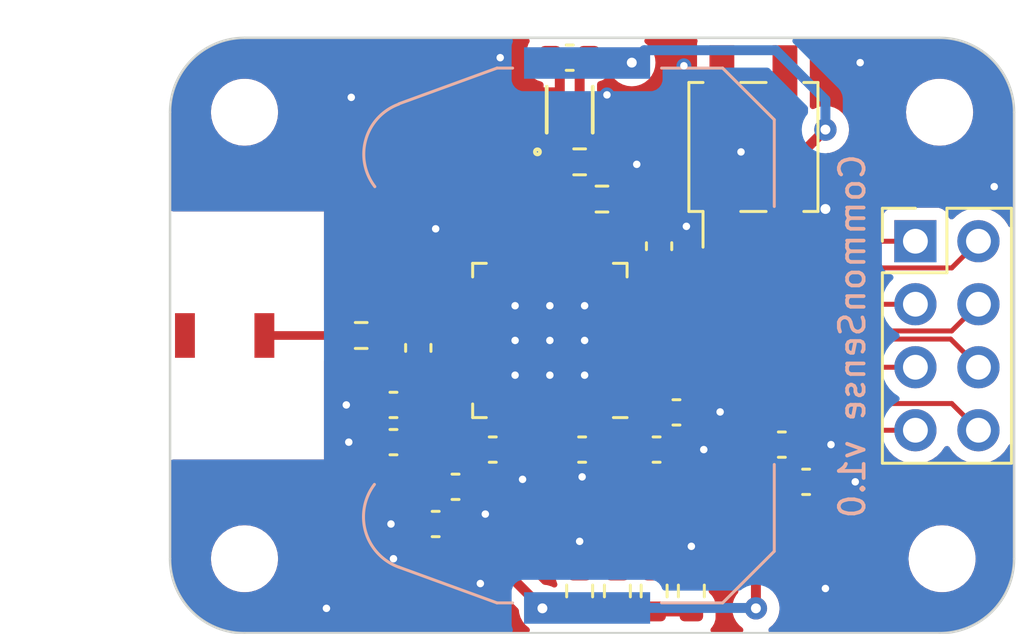
<source format=kicad_pcb>
(kicad_pcb (version 20221018) (generator pcbnew)

  (general
    (thickness 1.6)
  )

  (paper "A4")
  (layers
    (0 "F.Cu" signal)
    (31 "B.Cu" signal)
    (32 "B.Adhes" user "B.Adhesive")
    (33 "F.Adhes" user "F.Adhesive")
    (34 "B.Paste" user)
    (35 "F.Paste" user)
    (36 "B.SilkS" user "B.Silkscreen")
    (37 "F.SilkS" user "F.Silkscreen")
    (38 "B.Mask" user)
    (39 "F.Mask" user)
    (40 "Dwgs.User" user "User.Drawings")
    (41 "Cmts.User" user "User.Comments")
    (42 "Eco1.User" user "User.Eco1")
    (43 "Eco2.User" user "User.Eco2")
    (44 "Edge.Cuts" user)
    (45 "Margin" user)
    (46 "B.CrtYd" user "B.Courtyard")
    (47 "F.CrtYd" user "F.Courtyard")
    (48 "B.Fab" user)
    (49 "F.Fab" user)
    (50 "User.1" user)
    (51 "User.2" user)
    (52 "User.3" user)
    (53 "User.4" user)
    (54 "User.5" user)
    (55 "User.6" user)
    (56 "User.7" user)
    (57 "User.8" user)
    (58 "User.9" user)
  )

  (setup
    (stackup
      (layer "F.SilkS" (type "Top Silk Screen"))
      (layer "F.Paste" (type "Top Solder Paste"))
      (layer "F.Mask" (type "Top Solder Mask") (thickness 0.01))
      (layer "F.Cu" (type "copper") (thickness 0.035))
      (layer "dielectric 1" (type "core") (thickness 1.51) (material "FR4") (epsilon_r 4.5) (loss_tangent 0.02))
      (layer "B.Cu" (type "copper") (thickness 0.035))
      (layer "B.Mask" (type "Bottom Solder Mask") (thickness 0.01))
      (layer "B.Paste" (type "Bottom Solder Paste"))
      (layer "B.SilkS" (type "Bottom Silk Screen"))
      (copper_finish "None")
      (dielectric_constraints no)
    )
    (pad_to_mask_clearance 0)
    (pcbplotparams
      (layerselection 0x00010fc_ffffffff)
      (plot_on_all_layers_selection 0x0000000_00000000)
      (disableapertmacros false)
      (usegerberextensions false)
      (usegerberattributes true)
      (usegerberadvancedattributes true)
      (creategerberjobfile true)
      (dashed_line_dash_ratio 12.000000)
      (dashed_line_gap_ratio 3.000000)
      (svgprecision 4)
      (plotframeref false)
      (viasonmask false)
      (mode 1)
      (useauxorigin false)
      (hpglpennumber 1)
      (hpglpenspeed 20)
      (hpglpendiameter 15.000000)
      (dxfpolygonmode true)
      (dxfimperialunits true)
      (dxfusepcbnewfont true)
      (psnegative false)
      (psa4output false)
      (plotreference true)
      (plotvalue true)
      (plotinvisibletext false)
      (sketchpadsonfab false)
      (subtractmaskfromsilk false)
      (outputformat 1)
      (mirror false)
      (drillshape 1)
      (scaleselection 1)
      (outputdirectory "")
    )
  )

  (net 0 "")
  (net 1 "/RF")
  (net 2 "+3V3")
  (net 3 "GND")
  (net 4 "/XL1")
  (net 5 "/XL2")
  (net 6 "/DEC1")
  (net 7 "/DEC4")
  (net 8 "/DEC3")
  (net 9 "/DEC2")
  (net 10 "/XC1")
  (net 11 "/XC2")
  (net 12 "/ANT")
  (net 13 "/LED_RES1")
  (net 14 "/LED_RES2")
  (net 15 "/P0.09")
  (net 16 "/P0.08")
  (net 17 "/P0.07")
  (net 18 "/P0.06")
  (net 19 "/AIN3")
  (net 20 "/AIN2")
  (net 21 "/AIN1")
  (net 22 "/AIN0")
  (net 23 "/STATUS_LED1")
  (net 24 "/STATUS_LED2")
  (net 25 "unconnected-(U1-P0.10-Pad12)")
  (net 26 "unconnected-(U1-P0.11-Pad14)")
  (net 27 "unconnected-(U1-P0.12-Pad15)")
  (net 28 "unconnected-(U1-P0.15-Pad18)")
  (net 29 "unconnected-(U1-P0.16-Pad19)")
  (net 30 "unconnected-(U1-P0.17-Pad20)")
  (net 31 "unconnected-(U1-P0.18-Pad21)")
  (net 32 "unconnected-(U1-P0.19-Pad22)")
  (net 33 "unconnected-(U1-P0.20-Pad23)")
  (net 34 "/RESET")
  (net 35 "/SWDCLK")
  (net 36 "/SWDIO")
  (net 37 "unconnected-(U1-P0.22-Pad27)")
  (net 38 "unconnected-(U1-P0.23-Pad28)")
  (net 39 "unconnected-(U1-P0.24-Pad29)")
  (net 40 "unconnected-(U1-P0.25-Pad37)")
  (net 41 "unconnected-(U1-P0.26-Pad38)")
  (net 42 "unconnected-(U1-P0.27-Pad39)")
  (net 43 "unconnected-(U1-P0.28{slash}AIN4-Pad40)")
  (net 44 "unconnected-(U1-P0.31{slash}AIN7-Pad43)")
  (net 45 "unconnected-(U1-NC-Pad44)")
  (net 46 "unconnected-(U1-DCC-Pad47)")
  (net 47 "/SDA")
  (net 48 "/SCL")

  (footprint "Capacitor_SMD:C_0603_1608Metric" (layer "F.Cu") (at 145 70.8 180))

  (footprint "Capacitor_SMD:C_0603_1608Metric" (layer "F.Cu") (at 156.4 71.1 180))

  (footprint "MountingHole:MountingHole_2.2mm_M2" (layer "F.Cu") (at 167.1 77))

  (footprint "MountingHole:MountingHole_2.2mm_M2" (layer "F.Cu") (at 139 77))

  (footprint "Connector_PinHeader_2.54mm:PinHeader_2x04_P2.54mm_Vertical" (layer "F.Cu") (at 166.025 64.2))

  (footprint "encyclopedia_galactica:ECS-.327-12.5-12R-TR" (layer "F.Cu") (at 160.076228 75.527211 180))

  (footprint "encyclopedia_galactica:2108838-1" (layer "F.Cu") (at 135.7 68))

  (footprint "MountingHole:MountingHole_2.2mm_M2" (layer "F.Cu") (at 139 59))

  (footprint "Resistor_SMD:R_0603_1608Metric" (layer "F.Cu") (at 154.02 78.3 -90))

  (footprint "Resistor_SMD:R_0603_1608Metric" (layer "F.Cu") (at 157 78.3 -90))

  (footprint "Package_DFN_QFN:QFN-48-1EP_6x6mm_P0.4mm_EP4.6x4.6mm" (layer "F.Cu") (at 151.3 68.2 180))

  (footprint "Capacitor_SMD:C_0603_1608Metric" (layer "F.Cu") (at 145 72.3 180))

  (footprint "Capacitor_SMD:C_0603_1608Metric" (layer "F.Cu") (at 155.6 72.6 180))

  (footprint "Capacitor_SMD:C_0603_1608Metric" (layer "F.Cu") (at 147.5 74.1))

  (footprint "Connector_PinHeader_2.54mm:PinHeader_2x02_P2.54mm_Vertical_SMD" (layer "F.Cu") (at 159.5 60.4 90))

  (footprint "Resistor_SMD:R_0603_1608Metric" (layer "F.Cu") (at 152.5 61 180))

  (footprint "Resistor_SMD:R_0603_1608Metric" (layer "F.Cu") (at 155.5 78.3 -90))

  (footprint "MountingHole:MountingHole_2.2mm_M2" (layer "F.Cu") (at 167 59))

  (footprint "Resistor_SMD:R_0603_1608Metric" (layer "F.Cu") (at 143.7 68 180))

  (footprint "Resistor_SMD:R_0603_1608Metric" (layer "F.Cu") (at 153.4 62.5))

  (footprint "Capacitor_SMD:C_0603_1608Metric" (layer "F.Cu") (at 149 72.6 180))

  (footprint "Capacitor_SMD:C_0603_1608Metric" (layer "F.Cu") (at 152.1 56.8 180))

  (footprint "Capacitor_SMD:C_0603_1608Metric" (layer "F.Cu") (at 161.62255 73.900001))

  (footprint "Capacitor_SMD:C_0603_1608Metric" (layer "F.Cu") (at 155.7 64.4 -90))

  (footprint "encyclopedia_galactica:DFN4_SHT41_SEN" (layer "F.Cu") (at 152.1 58.8969 90))

  (footprint "Capacitor_SMD:C_0603_1608Metric" (layer "F.Cu") (at 160.6451 72.400001))

  (footprint "encyclopedia_galactica:ABM11W-30.0000MHZ-7-D1X-T3" (layer "F.Cu") (at 146.7625 77.5))

  (footprint "Capacitor_SMD:C_0603_1608Metric" (layer "F.Cu") (at 146 68.5 90))

  (footprint "Capacitor_SMD:C_0603_1608Metric" (layer "F.Cu") (at 152.6 72.6 180))

  (footprint "Resistor_SMD:R_0603_1608Metric" (layer "F.Cu") (at 152.5 78.3 -90))

  (footprint "Capacitor_SMD:C_0603_1608Metric" (layer "F.Cu") (at 146.7 75.6 180))

  (footprint "Battery:BatteryHolder_Keystone_3034_1x20mm" (layer "B.Cu") (at 152.8 68 90))

  (gr_line locked (start 167 80) (end 139 80)
    (stroke (width 0.1) (type default)) (layer "Edge.Cuts") (tstamp 08989c7f-8be7-4618-b4a9-66154659e343))
  (gr_line locked (start 170 59) (end 170 77)
    (stroke (width 0.1) (type default)) (layer "Edge.Cuts") (tstamp 1231675c-3718-43d9-a61c-d3b6c198487d))
  (gr_arc locked (start 138.999999 80.000001) (mid 136.878679 79.121321) (end 135.999999 77.000001)
    (stroke (width 0.1) (type default)) (layer "Edge.Cuts") (tstamp 34487438-37a5-49be-9fd6-688f4639e1ac))
  (gr_arc locked (start 167 56) (mid 169.12132 56.87868) (end 170 59)
    (stroke (width 0.1) (type default)) (layer "Edge.Cuts") (tstamp 4fbc7faa-dbec-42b8-be31-564f189efab9))
  (gr_arc locked (start 135.999999 58.999999) (mid 136.878679 56.878679) (end 138.999999 55.999999)
    (stroke (width 0.1) (type default)) (layer "Edge.Cuts") (tstamp a862de9f-0aff-4a82-bdf1-27cd758348cd))
  (gr_line locked (start 139 56) (end 167 56)
    (stroke (width 0.1) (type default)) (layer "Edge.Cuts") (tstamp adf7a773-eb05-4123-a29d-7cacb7f98d27))
  (gr_arc locked (start 170.000001 77.000001) (mid 169.121321 79.121321) (end 167.000001 80.000001)
    (stroke (width 0.1) (type default)) (layer "Edge.Cuts") (tstamp b3224c81-250a-4378-84c6-43dfea589c64))
  (gr_line locked (start 136 77) (end 136 59)
    (stroke (width 0.1) (type default)) (layer "Edge.Cuts") (tstamp b51433e2-b31d-45d6-8106-ab8df75984df))
  (gr_text "CommonSense v1.0" (at 162.9 60.6 90) (layer "B.SilkS") (tstamp 2b48077d-9472-4452-99dc-e629dbce1944)
    (effects (font (size 1 1) (thickness 0.15)) (justify left top mirror))
  )

  (segment (start 142.875 68) (end 139.8 68) (width 0.35) (layer "F.Cu") (net 1) (tstamp c577d5a5-9fb6-498e-aa37-751365ad2975))
  (segment (start 148.225 72.6) (end 148.225 70.525) (width 0.4) (layer "F.Cu") (net 2) (tstamp 1ba7f92f-a63a-4cf7-9287-cd03cc27629a))
  (segment (start 158.23 62.925) (end 157.805 62.5) (width 0.4) (layer "F.Cu") (net 2) (tstamp 1f58ed78-9ab8-4ffe-ae87-465e5cd3e74c))
  (segment (start 153.325 61) (end 153.325 61.6) (width 0.4) (layer "F.Cu") (net 2) (tstamp 2373d194-1925-4b4c-91e6-4d36f6e45031))
  (segment (start 160.655 60.5) (end 158.23 62.925) (width 0.4) (layer "F.Cu") (net 2) (tstamp 28ab2934-282b-4f0a-a090-01b4121a2ca9))
  (segment (start 155.7 65.175) (end 157.055 65.175) (width 0.4) (layer "F.Cu") (net 2) (tstamp 2985b9db-d6c1-4bfb-89c8-1f337e79fa97))
  (segment (start 158.23 64) (end 158.23 62.925) (width 0.4) (layer "F.Cu") (net 2) (tstamp 2abd9c90-e3c1-43f2-b631-7b350e2ad6dc))
  (segment (start 154.825 72.6) (end 153.6 71.375) (width 0.4) (layer "F.Cu") (net 2) (tstamp 30d94b5c-7271-4913-b905-ba39f66e4f72))
  (segment (start 148.323 70.427) (end 148.35 70.427) (width 0.4) (layer "F.Cu") (net 2) (tstamp 32c04f70-9e4d-4f9d-ab89-74eb24821014))
  (segment (start 162.4 59.7) (end 161.6 60.5) (width 0.4) (layer "F.Cu") (net 2) (tstamp 46cdb0b6-c91b-43d7-b207-d2893d638aa2))
  (segment (start 157.055 65.175) (end 158.23 64) (width 0.4) (layer "F.Cu") (net 2) (tstamp 47c69187-a125-4696-9355-ec3bca6fb7af))
  (segment (start 153.6 71.375) (end 153.6 71.15) (width 0.4) (layer "F.Cu") (net 2) (tstamp 4c96e46c-e770-4f11-af9b-efd5c2ecbaeb))
  (segment (start 159.6 77.375) (end 154.825 72.6) (width 0.4) (layer "F.Cu") (net 2) (tstamp 4f05ad32-0cc4-4e0f-bd22-08d8fc27ade1))
  (segment (start 149.4 73.775) (end 149.4 77.4) (width 0.4) (layer "F.Cu") (net 2) (tstamp 53bd5e41-2843-443a-b4d0-80877aae6aa5))
  (segment (start 148.225 72.6) (end 149.4 73.775) (width 0.4) (layer "F.Cu") (net 2) (tstamp 673e02ac-889b-4539-ad16-a6e2ba63eaa8))
  (segment (start 152.50005 57.17495) (end 152.875 56.8) (width 0.4) (layer "F.Cu") (net 2) (tstamp 729659fa-e316-4710-b619-d7ec3af301bf))
  (segment (start 161.6 60.5) (end 160.655 60.5) (width 0.4) (layer "F.Cu") (net 2) (tstamp 86b23194-94ae-43e2-9478-cca852ea2132))
  (segment (start 152.50005 58.15) (end 152.50005 57.17495) (width 0.4) (layer "F.Cu") (net 2) (tstamp 9aa8633a-b72a-43da-abbb-c5bc9ef253b0))
  (segment (start 154.4 56.8) (end 154.6 57) (width 0.4) (layer "F.Cu") (net 2) (tstamp 9ad91489-eefa-4c2f-b626-2917f7cb624d))
  (segment (start 153.527 65.25) (end 155.625 65.25) (width 0.4) (layer "F.Cu") (net 2) (tstamp 9b1290e1-b6ce-47c3-9ae7-7a0fe3ee7053))
  (segment (start 155.625 65.25) (end 155.7 65.175) (width 0.4) (layer "F.Cu") (net 2) (tstamp b887b6c7-ab40-4d8e-bcfb-8282814a473d))
  (segment (start 159.6 79) (end 159.6 77.375) (width 0.4) (layer "F.Cu") (net 2) (tstamp beec4cbf-f0f2-42cf-ab81-7c38358a6173))
  (segment (start 148.225 70.525) (end 148.323 70.427) (width 0.4) (layer "F.Cu") (net 2) (tstamp d9b33c14-b874-43df-bb52-9374ccff1719))
  (segment (start 153.325 61.6) (end 154.225 62.5) (width 0.4) (layer "F.Cu") (net 2) (tstamp e49c1553-e4bc-45fc-a1a8-1d2398358cca))
  (segment (start 157.805 62.5) (end 154.225 62.5) (width 0.4) (layer "F.Cu") (net 2) (tstamp ea64e604-8352-42d0-96f9-fc3b1137a98f))
  (segment (start 149.4 77.4) (end 151 79) (width 0.4) (layer "F.Cu") (net 2) (tstamp eb16e110-7cac-48df-bbb0-bbd58d7b0f43))
  (segment (start 152.875 56.8) (end 154.4 56.8) (width 0.4) (layer "F.Cu") (net 2) (tstamp f2efc9ca-0320-4123-ab2a-1aab51d9f1df))
  (via (at 159.6 79) (size 0.9) (drill 0.4) (layers "F.Cu" "B.Cu") (net 2) (tstamp 1e393534-e249-4416-9c15-ea9da5f99f57))
  (via (at 151 79) (size 0.9) (drill 0.4) (layers "F.Cu" "B.Cu") (net 2) (tstamp 93b13829-9735-44aa-ab66-aaa506acfe9f))
  (via (at 154.6 57) (size 0.9) (drill 0.4) (layers "F.Cu" "B.Cu") (net 2) (tstamp bda76295-f244-41e0-bcb1-3daa1d42d029))
  (via (at 162.4 59.7) (size 0.9) (drill 0.4) (layers "F.Cu" "B.Cu") (free) (net 2) (tstamp ef03b4eb-a1ec-4843-b5bf-48aecb850b7e))
  (segment (start 159.585 78.985) (end 152.8 78.985) (width 0.4) (layer "B.Cu") (net 2) (tstamp 07e1b83f-8d39-4e83-965f-0561d704b9b1))
  (segment (start 159.6 79) (end 159.585 78.985) (width 0.4) (layer "B.Cu") (net 2) (tstamp 133a2766-584f-4fdb-9464-95bfa527884e))
  (segment (start 162.4 58.5) (end 160.4 56.5) (width 0.4) (layer "B.Cu") (net 2) (tstamp 1aad2063-4664-4d84-8f38-1920fb384052))
  (segment (start 155.1 56.5) (end 154.6 57) (width 0.4) (layer "B.Cu") (net 2) (tstamp 2e41a9d7-729c-4de3-bc75-8a2b3825b886))
  (segment (start 162.4 59.7) (end 162.4 58.5) (width 0.4) (layer "B.Cu") (net 2) (tstamp fd7feabf-09f5-4b95-978d-e12b39b4ee60))
  (segment (start 160.4 56.5) (end 155.1 56.5) (width 0.4) (layer "B.Cu") (net 2) (tstamp ff5bcf33-f1c1-46cb-87c4-a80b960957e7))
  (segment (start 158.14136 71.1) (end 157.175 71.1) (width 0.4) (layer "F.Cu") (net 3) (tstamp 01a50ac6-9af4-43ea-b470-8cd0eb6994bb))
  (segment (start 144.225 70.8) (end 143.1 70.8) (width 0.4) (layer "F.Cu") (net 3) (tstamp 04464639-2c1a-44fe-8206-36e15164c7a0))
  (segment (start 158.15864 71.08272) (end 158.14136 71.1) (width 0.4) (layer "F.Cu") (net 3) (tstamp 11982de2-5d26-40ae-9d60-4ea6f614a6d3))
  (segment (start 152.3 71.15) (end 152.3 72.125) (width 0.2) (layer "F.Cu") (net 3) (tstamp 18552007-c94d-4e05-945b-8e4cd388f54a))
  (segment (start 156.8 63.6) (end 155.725 63.6) (width 0.4) (layer "F.Cu") (net 3) (tstamp 1ee85931-ab03-4c3f-95b0-074ecfe51e60))
  (segment (start 148.487 77.987) (end 148.5 78) (width 0.4) (layer "F.Cu") (net 3) (tstamp 2e418c87-3e4b-402d-96fa-eb5b79bb484c))
  (segment (start 149.7 68.4) (end 149.9 68.2) (width 0.2) (layer "F.Cu") (net 3) (tstamp 3129e2af-29f7-457f-92c6-707f62959e0a))
  (segment (start 151.69995 57.17495) (end 151.325 56.8) (width 0.4) (layer "F.Cu") (net 3) (tstamp 56a9c8c6-e627-4b6d-b34b-8bf0dd8020cb))
  (segment (start 149.775 73.375) (end 150.2 73.8) (width 0.4) (layer "F.Cu") (net 3) (tstamp 5a61e163-0f33-4fa2-89b5-4baa372666a3))
  (segment (start 155.725 63.6) (end 155.7 63.625) (width 0.4) (layer "F.Cu") (net 3) (tstamp 5bb4cbec-56ca-4b64-9d55-1e9e5f05e26d))
  (segment (start 151.325 56.8) (end 149.3 56.8) (width 0.4) (layer "F.Cu") (net 3) (tstamp 5fb1ba96-43da-40f0-94a8-cf11a69e0e51))
  (segment (start 152.3 72.125) (end 151.825 72.6) (width 0.2) (layer "F.Cu") (net 3) (tstamp 638c879c-7117-4fc2-940f-a922e69a6f47))
  (segment (start 151.825 72.925) (end 152.6 73.7) (width 0.4) (layer "F.Cu") (net 3) (tstamp 679bf5fc-0244-4bcf-97d1-524173ff2628))
  (segment (start 145.925 75.6) (end 144.9 75.6) (width 0.4) (layer "F.Cu") (net 3) (tstamp 69cd0964-9bb1-460c-96f8-7a4434e6abce))
  (segment (start 145.013 77.013) (end 145 77) (width 0.4) (layer "F.Cu") (net 3) (tstamp 6dc8646d-e4bb-45d6-a4e8-9e6b7a4a71f5))
  (segment (start 162.375 62.925) (end 162.4 62.9) (width 0.4) (layer "F.Cu") (net 3) (tstamp 792f2778-32a9-4fa2-9b15-5d4b696a4792))
  (segment (start 148.375 74.1) (end 148.375 74.875) (width 0.4) (layer "F.Cu") (net 3) (tstamp 7d93f211-369b-4b58-bef9-a1de54739886))
  (segment (start 157 77.475) (end 157 76.5) (width 0.4) (layer "F.Cu") (net 3) (tstamp 7ff4c54c-0f6f-4f45-b847-3a0c0068e1ca))
  (segment (start 161.420102 72.400001) (end 162.624999 72.400001) (width 0.4) (layer "F.Cu") (net 3) (tstamp 88ae033c-887c-4e8f-9798-87a7de29d3e7))
  (segment (start 151.69995 58.1531) (end 151.69995 57.17495) (width 0.4) (layer "F.Cu") (net 3) (tstamp 95695e2d-9011-484e-94c4-1853c88ba789))
  (segment (start 144.225 72.3) (end 143.2 72.3) (width 0.4) (layer "F.Cu") (net 3) (tstamp 9687e36a-1372-4b80-b336-90d457646673))
  (segment (start 148.35 68.4) (end 148.312495 68.437505) (width 0.2) (layer "F.Cu") (net 3) (tstamp 9e5260b7-3fef-4cd0-b6d5-8ecea6966227))
  (segment (start 152.5 77.475) (end 152.5 76.3) (width 0.4) (layer "F.Cu") (net 3) (tstamp ad3d377e-01fa-4093-a14f-25fbe4c14d79))
  (segment (start 148.375 74.875) (end 148.7 75.2) (width 0.4) (layer "F.Cu") (net 3) (tstamp b3669115-270b-40be-ac3d-e2c7f5f65665))
  (segment (start 160.77 62.925) (end 162.375 62.925) (width 0.4) (layer "F.Cu") (net 3) (tstamp b501ee66-aae4-48aa-be06-7a1bafb1b8ad))
  (segment (start 156.375 72.6) (end 157.5 72.6) (width 0.4) (layer "F.Cu") (net 3) (tstamp b5070991-b0b5-4e58-a06e-3875681aef9f))
  (segment (start 148.312495 68.437505) (end 146.837495 68.437505) (width 0.2) (layer "F.Cu") (net 3) (tstamp bb2b4986-6932-4357-8ffb-aa24e99f8545))
  (segment (start 149.775 72.6) (end 149.775 73.375) (width 0.4) (layer "F.Cu") (net 3) (tstamp bf267f9a-d9fa-44a8-a167-6b097201e8a4))
  (segment (start 151.825 72.6) (end 151.825 72.925) (width 0.4) (layer "F.Cu") (net 3) (tstamp c9289c06-f519-4614-92c6-b2b4b0badd7a))
  (segment (start 146.837495 68.437505) (end 146 69.275) (width 0.2) (layer "F.Cu") (net 3) (tstamp d25ef435-10b1-4347-8d78-c3e69774fce7))
  (segment (start 148.35 68.4) (end 149.7 68.4) (width 0.2) (layer "F.Cu") (net 3) (tstamp e15bd8aa-405e-4041-9fed-ecc22c241842))
  (segment (start 162.39755 73.900001) (end 163.60245 73.899999) (width 0.4) (layer "F.Cu") (net 3) (tstamp e93a949d-5f2e-4f6a-a168-a514ac3bd26d))
  (segment (start 146.1255 77.013) (end 145.013 77.013) (width 0.4) (layer "F.Cu") (net 3) (tstamp f7d2e682-907c-44c9-8659-1fb1747779c6))
  (segment (start 147.3995 77.987) (end 148.487 77.987) (width 0.4) (layer "F.Cu") (net 3) (tstamp f84cee19-5d81-4a6b-be63-2dbd560625ad))
  (via (at 157.5 72.6) (size 0.6) (drill 0.3) (layers "F.Cu" "B.Cu") (net 3) (tstamp 0283bf64-281d-48ef-968c-f900106ca1e0))
  (via (at 151.3 69.6) (size 0.6) (drill 0.3) (layers "F.Cu" "B.Cu") (net 3) (tstamp 12547010-9770-46ab-8251-09c4dbad3693))
  (via (at 142.3 79) (size 0.6) (drill 0.3) (layers "F.Cu" "B.Cu") (net 3) (tstamp 14e41ff0-a814-4699-89a9-3b7874c95ef8))
  (via (at 162.4 78.2) (size 0.6) (drill 0.3) (layers "F.Cu" "B.Cu") (net 3) (tstamp 19fe9707-59c5-4142-886c-902fd9dce0d4))
  (via (at 158.15864 71.08272) (size 0.6) (drill 0.3) (layers "F.Cu" "B.Cu") (net 3) (tstamp 1eb0fd3c-0df7-4a03-85a6-d7aac46240b2))
  (via (at 154.8 61.1) (size 0.6) (drill 0.3) (layers "F.Cu" "B.Cu") (net 3) (tstamp 272636e0-963f-4d1c-ae07-4f25026ae67d))
  (via (at 144.9 75.6) (size 0.6) (drill 0.3) (layers "F.Cu" "B.Cu") (net 3) (tstamp 287e31f8-5b77-4855-a443-ebb5c7555162))
  (via (at 159 60.6) (size 0.6) (drill 0.3) (layers "F.Cu" "B.Cu") (net 3) (tstamp 2a638555-a58b-4039-9d21-9ecfafe9f3e8))
  (via (at 157 76.5) (size 0.6) (drill 0.3) (layers "F.Cu" "B.Cu") (net 3) (tstamp 2e279948-12bf-46b1-a314-77d44a7739f5))
  (via (at 148.5 78) (size 0.6) (drill 0.3) (layers "F.Cu" "B.Cu") (net 3) (tstamp 34746e99-3e90-4578-99d5-7dd825c8d80c))
  (via (at 148.7 75.2) (size 0.6) (drill 0.3) (layers "F.Cu" "B.Cu") (net 3) (tstamp 35ac5df3-83d8-49d8-9a15-ae2f9cc91a15))
  (via (at 149.9 68.2) (size 0.6) (drill 0.3) (layers "F.Cu" "B.Cu") (net 3) (tstamp 37bcbd55-d4cc-4e48-8d74-bd1a41fc2539))
  (via (at 162.624999 72.400001) (size 0.6) (drill 0.3) (layers "F.Cu" "B.Cu") (net 3) (tstamp 54b55ddb-752e-4b71-91da-5ee351484b1f))
  (via (at 152.5 76.3) (size 0.6) (drill 0.3) (layers "F.Cu" "B.Cu") (net 3) (tstamp 69ba54d2-ccb1-4353-8a89-d7301241dd7e))
  (via (at 149.3 56.8) (size 0.6) (drill 0.3) (layers "F.Cu" "B.Cu") (net 3) (tstamp 6c5c7fca-55e9-481f-89b6-a9cd209152ec))
  (via (at 149.9 66.8) (size 0.6) (drill 0.3) (layers "F.Cu" "B.Cu") (net 3) (tstamp 6df7c9ef-f487-4e56-8d5e-cab5d6f189e6))
  (via (at 163.8 57) (size 0.6) (drill 0.3) (layers "F.Cu" "B.Cu") (free) (net 3) (tstamp 6edad73e-149a-4bda-8112-dea0909e6b81))
  (via (at 149.9 69.6) (size 0.6) (drill 0.3) (layers "F.Cu" "B.Cu") (net 3) (tstamp 76cfe3e1-6ba5-4664-bdda-7cc284b8578f))
  (via (at 169.2 62) (size 0.6) (drill 0.3) (layers "F.Cu" "B.Cu") (free) (net 3) (tstamp 7ef954f7-c018-4c05-8b29-a81d5082dd62))
  (via (at 146.7 63.7) (size 0.6) (drill 0.3) (layers "F.Cu" "B.Cu") (net 3) (tstamp 7f89fe32-d00a-473e-92fd-fb3c647574c3))
  (via (at 153.6 58.3) (size 0.6) (drill 0.3) (layers "F.Cu" "B.Cu") (free) (net 3) (tstamp 85c8a8e6-15a6-4167-993e-09328854bc35))
  (via (at 156.8 63.6) (size 0.6) (drill 0.3) (layers "F.Cu" "B.Cu") (net 3) (tstamp 8628fcad-810e-4bae-b511-4a1b328d3e13))
  (via (at 150.2 73.8) (size 0.6) (drill 0.3) (layers "F.Cu" "B.Cu") (net 3) (tstamp 889141a7-f2a7-4ad6-adec-a7d637b5606b))
  (via (at 156.7 57.1265) (size 0.6) (drill 0.3) (layers "F.Cu" "B.Cu") (free) (net 3) (tstamp 890f0a25-49ab-43d9-b9a3-bf1667871c98))
  (via (at 143.3 58.4) (size 0.6) (drill 0.3) (layers "F.Cu" "B.Cu") (net 3) (tstamp 9f1bb2ed-6f46-45db-8422-a3bfad8a5da1))
  (via (at 163.60245 73.899999) (size 0.6) (drill 0.3) (layers "F.Cu" "B.Cu") (net 3) (tstamp a0663f74-6e83-47b8-83c3-a60d3e9cac36))
  (via (at 162.4 62.9) (size 0.9) (drill 0.4) (layers "F.Cu" "B.Cu") (net 3) (tstamp ac1c14c7-f80b-422a-803f-00a62e62adc6))
  (via (at 152.7 68.2) (size 0.6) (drill 0.3) (layers "F.Cu" "B.Cu") (net 3) (tstamp ad419ab8-7547-496e-9b3a-28844aff7534))
  (via (at 151.3 68.2) (size 0.6) (drill 0.3) (layers "F.Cu" "B.Cu") (net 3) (tstamp aff6b114-5f56-4e21-a046-887145f002d3))
  (via (at 152.6 73.7) (size 0.6) (drill 0.3) (layers "F.Cu" "B.Cu") (net 3) (tstamp b567494e-0e81-4ddd-8032-e4bd5722839a))
  (via (at 145 77) (size 0.6) (drill 0.3) (layers "F.Cu" "B.Cu") (net 3) (tstamp bfe4b89b-3785-4a0c-8856-f1defe481f53))
  (via (at 143.2 72.3) (size 0.6) (drill 0.3) (layers "F.Cu" "B.Cu") (net 3) (tstamp c11494d2-ca70-444c-9b0b-99486c0c21f4))
  (via (at 151.3 66.8) (size 0.6) (drill 0.3) (layers "F.Cu" "B.Cu") (net 3) (tstamp c87ac7fc-7cf1-4934-a185-8437bbc1d6a9))
  (via (at 143.1 70.8) (size 0.6) (drill 0.3) (layers "F.Cu" "B.Cu") (net 3) (tstamp ded3a0de-7194-4c87-ae4a-6d26524adbdf))
  (via (at 152.7 66.8) (size 0.6) (drill 0.3) (layers "F.Cu" "B.Cu") (net 3) (tstamp fc01847c-28e1-4e9d-b48e-dd8deea42486))
  (via (at 152.7 69.6) (size 0.6) (drill 0.3) (layers "F.Cu" "B.Cu") (net 3) (tstamp fe9fe86f-375c-4a6d-bd3f-785f4b1ffa9a))
  (segment (start 159.376228 71.555017) (end 157.821211 70) (width 0.2) (layer "F.Cu") (net 4) (tstamp 0ac0882d-54ee-4572-b6f2-a1618a60b80e))
  (segment (start 157.821211 70) (end 154.25 70) (width 0.2) (layer "F.Cu") (net 4) (tstamp 302e968c-c776-4d29-b73e-3ee91fec24aa))
  (segment (start 159.8701 72.400001) (end 159.376229 72.400001) (width 0.2) (layer "F.Cu") (net 4) (tstamp 48e4438e-1127-4559-8611-16c433702375))
  (segment (start 159.376228 72.4) (end 159.376228 71.555017) (width 0.2) (layer "F.Cu") (net 4) (tstamp 557dd28a-4321-434a-95e5-5afff24fc490))
  (segment (start 159.376229 72.400001) (end 159.376228 72.4) (width 0.2) (layer "F.Cu") (net 4) (tstamp d3d0a36f-bfa1-45d5-876e-be5fb4ffd5d9))
  (segment (start 159.376228 75.527211) (end 159.376228 72.4) (width 0.2) (layer "F.Cu") (net 4) (tstamp ffd9b0a8-36d6-4bad-854d-22f6fea58799))
  (segment (start 160.7431 75.494083) (end 160.7431 71.8701) (width 0.2) (layer "F.Cu") (net 5) (tstamp 0f97484b-d2a6-4db0-80b1-5a3f2468c8a9))
  (segment (start 160.776228 75.527211) (end 160.7431 75.494083) (width 0.2) (layer "F.Cu") (net 5) (tstamp 67d643fc-8cb2-47d0-8c2c-d64af21715f0))
  (segment (start 160.7431 71.8701) (end 158.473 69.6) (width 0.2) (layer "F.Cu") (net 5) (tstamp 681d7c7b-8233-4b3e-8c7e-9bf2ae5b35f4))
  (segment (start 158.473 69.6) (end 154.25 69.6) (width 0.2) (layer "F.Cu") (net 5) (tstamp 6e82fbd2-fac2-4c6a-ae74-428332bb30f8))
  (segment (start 154.925 70.4) (end 155.625 71.1) (width 0.2) (layer "F.Cu") (net 6) (tstamp 4e960137-b053-4342-ad59-9f3383fd3277))
  (segment (start 154.25 70.4) (end 154.925 70.4) (width 0.2) (layer "F.Cu") (net 6) (tstamp 69b26300-1b53-4177-8f77-9e266c6b51c5))
  (segment (start 152.7 71.15) (end 152.7 72.1) (width 0.2) (layer "F.Cu") (net 7) (tstamp 1bc8ee7b-639b-4aec-9d7c-d3cbf6d4b881))
  (segment (start 153.2 72.6) (end 153.375 72.6) (width 0.2) (layer "F.Cu") (net 7) (tstamp 640bf057-55b1-426c-b0c1-02ae8ecb3b09))
  (segment (start 152.7 72.1) (end 153.2 72.6) (width 0.2) (layer "F.Cu") (net 7) (tstamp 6d8fe305-d661-4e5b-9548-ebd982ca9cae))
  (segment (start 145.775 72.3) (end 146.498 71.577) (width 0.2) (layer "F.Cu") (net 8) (tstamp 0d0984ac-ea06-4375-ad8e-bd5433219839))
  (segment (start 146.498 71.577) (end 146.498 70.535367) (width 0.2) (layer "F.Cu") (net 8) (tstamp 3dcda018-a6f9-4087-82ac-666aa8156af7))
  (segment (start 146.498 70.535367) (end 147.833367 69.2) (width 0.2) (layer "F.Cu") (net 8) (tstamp 69a3ae3f-d398-4b32-99b4-00375c50406e))
  (segment (start 147.833367 69.2) (end 148.35 69.2) (width 0.2) (layer "F.Cu") (net 8) (tstamp e05cf5b3-c72a-495e-b1cc-122a4efa1767))
  (segment (start 145.775 70.614225) (end 145.775 70.8) (width 0.2) (layer "F.Cu") (net 9) (tstamp 2e4696b1-fb23-47e1-b011-8d46699fe0c6))
  (segment (start 147.589225 68.8) (end 145.775 70.614225) (width 0.2) (layer "F.Cu") (net 9) (tstamp 65c5fcf4-1d5d-4b31-b4e3-e27b8434ab5f))
  (segment (start 148.35 68.8) (end 147.589225 68.8) (width 0.2) (layer "F.Cu") (net 9) (tstamp 8d5d5c5f-8fa3-4fe2-af7a-ab2e57ed6ccc))
  (segment (start 147.502 70.456263) (end 147.502 76.9105) (width 0.2) (layer "F.Cu") (net 10) (tstamp 13318889-6456-4535-a32f-b5aa96c91c90))
  (segment (start 147.502 76.9105) (end 147.3995 77.013) (width 0.2) (layer "F.Cu") (net 10) (tstamp 8bcd240c-4328-42f8-8e4f-a52503885da1))
  (segment (start 147.958263 70) (end 147.502 70.456263) (width 0.2) (layer "F.Cu") (net 10) (tstamp d4175255-4c97-420d-9b81-0285cbbd999a))
  (segment (start 148.35 70) (end 147.958263 70) (width 0.2) (layer "F.Cu") (net 10) (tstamp f165205a-8164-4f83-9439-ae387782ccb8))
  (segment (start 146.825 70.670815) (end 146.825 74) (width 0.2) (layer "F.Cu") (net 11) (tstamp 1a7b8140-c76c-43cc-99f9-ac856bb59a5b))
  (segment (start 146.713 77.5505) (end 146.2765 77.987) (width 0.2) (layer "F.Cu") (net 11) (tstamp 34479ebb-32a7-4c97-9a87-633f39031bc3))
  (segment (start 146.713 74.112) (end 146.713 77.5505) (width 0.2) (layer "F.Cu") (net 11) (tstamp 4a578142-56aa-41c6-a48f-5546b49ff07b))
  (segment (start 147.895815 69.6) (end 146.825 70.670815) (width 0.2) (layer "F.Cu") (net 11) (tstamp 576964a0-bdb4-436a-b07d-e2a1a260c8c7))
  (segment (start 146.2765 77.987) (end 146.1255 77.987) (width 0.2) (layer "F.Cu") (net 11) (tstamp 6c6ed8a0-dcca-4da9-a788-3a6c90ff1e5f))
  (segment (start 148.35 69.6) (end 147.895815 69.6) (width 0.2) (layer "F.Cu") (net 11) (tstamp 88e2bf06-bd95-44c4-a482-1c251aaefdfb))
  (segment (start 146.825 74) (end 146.713 74.112) (width 0.2) (layer "F.Cu") (net 11) (tstamp d22920a7-1d30-4292-a0f1-28219d67e3d3))
  (segment (start 147.9 68) (end 144.525 68) (width 0.35) (layer "F.Cu") (net 12) (tstamp 6f86dd86-ce79-46e2-b581-9d5b32e8f0ee))
  (segment (start 148.35 68) (end 147.9 68) (width 0.2) (layer "F.Cu") (net 12) (tstamp 76cc8d38-325a-407b-9d9c-11652054b6be))
  (segment (start 155.5 79.125) (end 157 79.125) (width 0.4) (layer "F.Cu") (net 13) (tstamp fcd10ebf-149a-48f0-b0e7-aacece5448e0))
  (segment (start 152.5 79.125) (end 154.02 79.125) (width 0.4) (layer "F.Cu") (net 14) (tstamp fe5a82f0-8ec9-403a-83d7-4d3d3586e357))
  (segment (start 161.95 66.4) (end 164.15 64.2) (width 0.2) (layer "F.Cu") (net 15) (tstamp 37f0d1a3-ec05-4851-ae8e-534621e1a22d))
  (segment (start 154.25 66.4) (end 161.95 66.4) (width 0.2) (layer "F.Cu") (net 15) (tstamp 7bf05c73-b01d-4eb0-8bc0-680ec8100b30))
  (segment (start 164.15 64.2) (end 166.025 64.2) (width 0.2) (layer "F.Cu") (net 15) (tstamp c65850c0-43b1-48dc-b34b-c68aeb357c2e))
  (segment (start 163 66.8) (end 164.523 65.277) (width 0.2) (layer "F.Cu") (net 16) (tstamp 5331e569-c6d2-4476-879b-08e531ab7892))
  (segment (start 154.25 66.8) (end 163 66.8) (width 0.2) (layer "F.Cu") (net 16) (tstamp 78792b35-fc78-40c4-bb57-04d72bedb619))
  (segment (start 164.523 65.277) (end 167.488 65.277) (width 0.2) (layer "F.Cu") (net 16) (tstamp abc2e04d-f405-4494-b448-1b45199b0c9b))
  (segment (start 167.488 65.277) (end 168.565 64.2) (width 0.2) (layer "F.Cu") (net 16) (tstamp c6079494-3684-4286-8356-eed999480545))
  (segment (start 163.6 67.2) (end 164.06 66.74) (width 0.2) (layer "F.Cu") (net 17) (tstamp 1d9891ea-c57e-46ff-8777-4a3955f9aed2))
  (segment (start 154.25 67.2) (end 163.6 67.2) (width 0.2) (layer "F.Cu") (net 17) (tstamp 547b7bdf-7fba-46ec-8a3c-1904192f7593))
  (segment (start 164.06 66.74) (end 166.025 66.74) (width 0.2) (layer "F.Cu") (net 17) (tstamp 6ff355c5-da22-4ec5-89c3-514f831bfada))
  (segment (start 154.25 67.6) (end 164.807448 67.6) (width 0.2) (layer "F.Cu") (net 18) (tstamp 299989d7-33cc-4c68-a35e-f2c643a6bfe3))
  (segment (start 167.488 67.817) (end 168.565 66.74) (width 0.2) (layer "F.Cu") (net 18) (tstamp 3fac0dcd-14b6-4312-ba97-2ec1e15a5baf))
  (segment (start 164.807448 67.6) (end 165.024448 67.817) (width 0.2) (layer "F.Cu") (net 18) (tstamp 5835fdd9-c71d-4ce9-84be-210a1ce160c2))
  (segment (start 165.024448 67.817) (end 167.488 67.817) (width 0.2) (layer "F.Cu") (net 18) (tstamp 8f87b02d-d7a2-4b4c-ae3d-ad3a321d2363))
  (segment (start 154.25 68) (end 164.745 68) (width 0.2) (layer "F.Cu") (net 19) (tstamp 1a4b1747-8195-4706-be15-285f9f501b51))
  (segment (start 167.444 68.144) (end 168.565 69.265) (width 0.2) (layer "F.Cu") (net 19) (tstamp 22d3ca42-4bd7-4c4d-8487-017663d0c419))
  (segment (start 164.889 68.144) (end 167.444 68.144) (width 0.2) (layer "F.Cu") (net 19) (tstamp 523406ca-b774-42b2-bd32-8f5d8d738cfd))
  (segment (start 164.745 68) (end 164.889 68.144) (width 0.2) (layer "F.Cu") (net 19) (tstamp 7e3ab8bc-ff57-4462-8364-f5afd2e09c5e))
  (segment (start 168.565 69.265) (end 168.565 69.28) (width 0.2) (layer "F.Cu") (net 19) (tstamp fb3f6734-a851-44ad-be83-9beaaa09b7e0))
  (segment (start 163.621891 68.4) (end 164.501891 69.28) (width 0.2) (layer "F.Cu") (net 20) (tstamp 030bca11-1e60-4de7-80c6-d83a0f290289))
  (segment (start 164.501891 69.28) (end 166.025 69.28) (width 0.2) (layer "F.Cu") (net 20) (tstamp 041223b8-c13d-4508-9b55-0796dd8af083))
  (segment (start 154.25 68.4) (end 163.621891 68.4) (width 0.2) (layer "F.Cu") (net 20) (tstamp 6469e369-d4f1-4b93-b0a4-cd2ad439ad82))
  (segment (start 154.25 68.8) (end 163.005 68.8) (width 0.2) (layer "F.Cu") (net 21) (tstamp 5492a5f4-ec88-4966-8498-285e66b3e4c4))
  (segment (start 164.948 70.743) (end 167.488 70.743) (width 0.2) (layer "F.Cu") (net 21) (tstamp b6d08a49-383e-467f-bd86-7c542a5024ca))
  (segment (start 167.488 70.743) (end 168.565 71.82) (width 0.2) (layer "F.Cu") (net 21) (tstamp b90536fc-3a2c-4198-a063-56533aad61bf))
  (segment (start 163.005 68.8) (end 164.948 70.743) (width 0.2) (layer "F.Cu") (net 21) (tstamp fc8ccc00-be30-48ec-a03d-e15a9d20a708))
  (segment (start 161.881891 69.2) (end 164.501891 71.82) (width 0.2) (layer "F.Cu") (net 22) (tstamp 4a2ad60c-0897-4005-a228-5f867b085565))
  (segment (start 154.25 69.2) (end 161.881891 69.2) (width 0.2) (layer "F.Cu") (net 22) (tstamp 61b14d83-d8d1-4388-a811-f18255e5257a))
  (segment (start 164.501891 71.82) (end 166.025 71.82) (width 0.2) (layer "F.Cu") (net 22) (tstamp d2912e17-49b9-4528-b386-a55d792d6f99))
  (segment (start 151.1 71.15) (end 151.1 73.02458) (width 0.25) (layer "F.Cu") (net 23) (tstamp 6481faec-157c-4937-944d-5b54cdd5871a))
  (segment (start 155.5 77.42458) (end 155.5 77.475) (width 0.25) (layer "F.Cu") (net 23) (tstamp 9bb23fa3-cfef-4779-a306-be00b24dada8))
  (segment (start 151.1 73.02458) (end 155.5 77.42458) (width 0.25) (layer "F.Cu") (net 23) (tstamp c4dc5aee-5026-42d2-8a13-ecfb3ad44b44))
  (segment (start 150.7 71.15) (end 150.7 73.519354) (width 0.25) (layer "F.Cu") (net 24) (tstamp 5c75037c-535a-4c62-acbf-8cedd1a4d464))
  (segment (start 150.7 73.519354) (end 154.02 76.839354) (width 0.25) (layer "F.Cu") (net 24) (tstamp 6d44fa6c-f1cb-443c-9a8a-67b521f98dd3))
  (segment (start 154.02 76.839354) (end 154.02 77.475) (width 0.25) (layer "F.Cu") (net 24) (tstamp d5dcf46b-5594-4410-b462-8b39c264e56a))
  (segment (start 157.041399 59.063601) (end 158.23 57.875) (width 0.2) (layer "F.Cu") (net 47) (tstamp 174ed2a4-87e5-4426-8db3-661e3dcdbbbc))
  (segment (start 151.9 59.84385) (end 151.69995 59.6438) (width 0.2) (layer "F.Cu") (net 47) (tstamp 2e69309a-ea8d-4713-9cd9-49754ff53326))
  (segment (start 151.69995 59.483901) (end 152.12025 59.063601) (width 0.2) (layer "F.Cu") (net 47) (tstamp 82b7136d-ea6c-40cb-b76e-1e1be80aaa7b))
  (segment (start 151.9 65.25) (end 151.9 59.84385) (width 0.2) (layer "F.Cu") (net 47) (tstamp e3db7307-97dc-4a26-af0e-e787eeb209ac))
  (segment (start 151.69995 59.6438) (end 151.69995 59.483901) (width 0.2) (layer "F.Cu") (net 47) (tstamp eb43773d-7e0b-45d2-aaeb-2f4d4cb79100))
  (segment (start 152.12025 59.063601) (end 157.041399 59.063601) (width 0.2) (layer "F.Cu") (net 47) (tstamp f7721b76-aef7-498d-8228-d50c9171073c))
  (segment (start 152.53325 59.677) (end 152.50005 59.6438) (width 0.2) (layer "F.Cu") (net 48) (tstamp 0b2a269a-9dba-45dd-9a0c-059f241beb3e))
  (segment (start 158.968 59.677) (end 152.53325 59.677) (width 0.2) (layer "F.Cu") (net 48) (tstamp 11c6edd2-f142-4308-bfba-3bbb89b7855b))
  (segment (start 152.3 65.25) (end 152.302 65.248) (width 0.2) (layer "F.Cu") (net 48) (tstamp 58cd75a9-a667-4796-bc07-2cd565433d24))
  (segment (start 160.77 57.875) (end 158.968 59.677) (width 0.2) (layer "F.Cu") (net 48) (tstamp a0f12e20-2adc-482d-9379-2f0294a63bd3))
  (segment (start 152.302 59.84185) (end 152.50005 59.6438) (width 0.2) (layer "F.Cu") (net 48) (tstamp a5a74f2b-3245-45dd-91b1-09057d410ae2))
  (segment (start 152.302 65.248) (end 152.302 59.84185) (width 0.2) (layer "F.Cu") (net 48) (tstamp b1efbf6e-ef8d-41f1-ab83-9bf7ca774184))

  (zone (net 0) (net_name "") (layer "F.Cu") (tstamp 2311c68b-80fb-4d1f-a729-d07f6aa56254) (hatch edge 0.5)
    (connect_pads yes (clearance 0))
    (min_thickness 0.25) (filled_areas_thickness no)
    (keepout (tracks allowed) (vias allowed) (pads allowed) (copperpour not_allowed) (footprints allowed))
    (fill (thermal_gap 0.5) (thermal_bridge_width 0.5))
    (polygon
      (pts
        (xy 145.3 68.6)
        (xy 145.3 70)
        (xy 144.2 70)
        (xy 144.2 68.8)
        (xy 144.9 68.8)
        (xy 144.9 66.9)
        (xy 148.8 66.9)
        (xy 148.8 68.2)
        (xy 146.7 68.2)
        (xy 146.2 68.6)
      )
    )
  )
  (zone (net 3) (net_name "GND") (layer "F.Cu") (tstamp 28f39ccb-96f7-4833-843c-213afdbb3fa7) (hatch edge 0.5)
    (priority 1)
    (connect_pads yes (clearance 0.5))
    (min_thickness 0.25) (filled_areas_thickness no)
    (fill yes (thermal_gap 0.5) (thermal_bridge_width 0.5))
    (polygon
      (pts
        (xy 146.4 68.6)
        (xy 146.4 70)
        (xy 147.3 70)
        (xy 148.7 68.6)
        (xy 149.9 68.6)
        (xy 149.9 68.2)
        (xy 147.8 68.2)
        (xy 147.3 68.6)
      )
    )
    (filled_polygon
      (layer "F.Cu")
      (pts
        (xy 146.632167 68.695185)
        (xy 146.677922 68.747989)
        (xy 146.687866 68.817147)
        (xy 146.658841 68.880703)
        (xy 146.652809 68.887181)
        (xy 146.4 69.139989)
        (xy 146.4 68.6755)
        (xy 146.565128 68.6755)
      )
    )
    (filled_polygon
      (layer "F.Cu")
      (pts
        (xy 149.9 68.6)
        (xy 149.232607 68.6)
        (xy 149.184361 68.477658)
        (xy 149.18229 68.474927)
        (xy 149.181173 68.471989)
        (xy 149.180205 68.470267)
        (xy 149.180463 68.470121)
        (xy 149.157466 68.409618)
        (xy 149.171891 68.341254)
        (xy 149.182291 68.325071)
        (xy 149.184361 68.322342)
        (xy 149.232607 68.2)
        (xy 149.9 68.2)
      )
    )
  )
  (zone (net 3) (net_name "GND") (layer "F.Cu") (tstamp 302decaf-6b4f-4719-bff2-34585e01e525) (hatch edge 0.5)
    (connect_pads (clearance 0.5))
    (min_thickness 0.25) (filled_areas_thickness no)
    (fill yes (thermal_gap 0.5) (thermal_bridge_width 0.5))
    (polygon
      (pts
        (xy 136 56)
        (xy 170 56)
        (xy 170 80)
        (xy 136 80)
      )
    )
    (filled_polygon
      (layer "F.Cu")
      (pts
        (xy 143.743334 68.699838)
        (xy 143.787681 68.728339)
        (xy 143.889811 68.830469)
        (xy 143.889813 68.83047)
        (xy 143.889815 68.830472)
        (xy 144.035394 68.918478)
        (xy 144.112891 68.942626)
        (xy 144.171037 68.981362)
        (xy 144.199012 69.045387)
        (xy 144.2 69.061011)
        (xy 144.2 69.701)
        (xy 144.180315 69.768039)
        (xy 144.127511 69.813794)
        (xy 144.076001 69.825)
        (xy 143.951693 69.825)
        (xy 143.951676 69.825001)
        (xy 143.852392 69.835144)
        (xy 143.691518 69.888452)
        (xy 143.691507 69.888457)
        (xy 143.547271 69.977424)
        (xy 143.547267 69.977427)
        (xy 143.427427 70.097267)
        (xy 143.427424 70.097271)
        (xy 143.338457 70.241507)
        (xy 143.338452 70.241518)
        (xy 143.285144 70.402393)
        (xy 143.275 70.501677)
        (xy 143.275 70.55)
        (xy 144.351 70.55)
        (xy 144.418039 70.569685)
        (xy 144.463794 70.622489)
        (xy 144.475 70.674)
        (xy 144.475 73.274999)
        (xy 144.498308 73.274999)
        (xy 144.498322 73.274998)
        (xy 144.597607 73.264855)
        (xy 144.758481 73.211547)
        (xy 144.758492 73.211542)
        (xy 144.902731 73.122573)
        (xy 144.911959 73.113345)
        (xy 144.973279 73.079856)
        (xy 145.042971 73.084835)
        (xy 145.087327 73.113339)
        (xy 145.096955 73.122967)
        (xy 145.096959 73.12297)
        (xy 145.241294 73.211998)
        (xy 145.241297 73.211999)
        (xy 145.241303 73.212003)
        (xy 145.402292 73.265349)
        (xy 145.501655 73.2755)
        (xy 145.779773 73.275499)
        (xy 145.846811 73.295183)
        (xy 145.892566 73.347987)
        (xy 145.90251 73.417146)
        (xy 145.885311 73.464596)
        (xy 145.837998 73.5413)
        (xy 145.837996 73.541305)
        (xy 145.784651 73.70229)
        (xy 145.7745 73.801647)
        (xy 145.7745 74.398337)
        (xy 145.774501 74.398355)
        (xy 145.7837 74.488399)
        (xy 145.77093 74.557092)
        (xy 145.723049 74.607976)
        (xy 145.660352 74.625)
        (xy 145.651698 74.625)
        (xy 145.651676 74.625001)
        (xy 145.552392 74.635144)
        (xy 145.391518 74.688452)
        (xy 145.391507 74.688457)
        (xy 145.247271 74.777424)
        (xy 145.247267 74.777427)
        (xy 145.127427 74.897267)
        (xy 145.127424 74.897271)
        (xy 145.038457 75.041507)
        (xy 145.038452 75.041518)
        (xy 144.985144 75.202393)
        (xy 144.975 75.301677)
        (xy 144.975 75.35)
        (xy 145.9885 75.35)
        (xy 146.055539 75.369685)
        (xy 146.101294 75.422489)
        (xy 146.1125 75.474)
        (xy 146.1125 76.552638)
        (xy 146.092815 76.619677)
        (xy 146.040011 76.665432)
        (xy 145.970853 76.675376)
        (xy 145.907297 76.646351)
        (xy 145.900819 76.640319)
        (xy 145.8755 76.615)
        (xy 145.799 76.615)
        (xy 145.731961 76.595315)
        (xy 145.686206 76.542511)
        (xy 145.675 76.491)
        (xy 145.675 75.85)
        (xy 144.975001 75.85)
        (xy 144.975001 75.898322)
        (xy 144.985144 75.997607)
        (xy 145.038452 76.158481)
        (xy 145.038457 76.158492)
        (xy 145.127424 76.302728)
        (xy 145.127427 76.302732)
        (xy 145.17837 76.353675)
        (xy 145.211855 76.414998)
        (xy 145.206872 76.484686)
        (xy 145.194403 76.518117)
        (xy 145.194401 76.518127)
        (xy 145.188 76.577655)
        (xy 145.188 76.763)
        (xy 145.8755 76.763)
        (xy 145.900819 76.737681)
        (xy 145.962142 76.704196)
        (xy 146.031834 76.70918)
        (xy 146.087767 76.751052)
        (xy 146.112184 76.816516)
        (xy 146.1125 76.825362)
        (xy 146.1125 77.139)
        (xy 146.092815 77.206039)
        (xy 146.040011 77.251794)
        (xy 145.9885 77.263)
        (xy 145.188 77.263)
        (xy 145.188 77.448344)
        (xy 145.194401 77.507872)
        (xy 145.194403 77.507879)
        (xy 145.244645 77.642586)
        (xy 145.244649 77.642593)
        (xy 145.330809 77.757687)
        (xy 145.330812 77.75769)
        (xy 145.445906 77.84385)
        (xy 145.453696 77.848104)
        (xy 145.452489 77.850313)
        (xy 145.497754 77.884188)
        (xy 145.522181 77.949649)
        (xy 145.521438 77.974696)
        (xy 145.519818 77.987002)
        (xy 145.540455 78.14376)
        (xy 145.540456 78.143762)
        (xy 145.600964 78.289841)
        (xy 145.611879 78.304067)
        (xy 145.63707 78.369237)
        (xy 145.637495 78.379423)
        (xy 145.6375 78.379469)
        (xy 145.640429 78.394202)
        (xy 145.640432 78.394208)
        (xy 145.65159 78.410907)
        (xy 145.653467 78.412161)
        (xy 145.668296 78.42207)
        (xy 145.683027 78.425)
        (xy 145.683029 78.424999)
        (xy 145.689002 78.426188)
        (xy 145.688541 78.428502)
        (xy 145.741929 78.44959)
        (xy 145.767711 78.469373)
        (xy 145.822659 78.511536)
        (xy 145.822661 78.511536)
        (xy 145.822663 78.511538)
        (xy 145.894945 78.541478)
        (xy 145.968738 78.572044)
        (xy 146.086139 78.5875)
        (xy 146.233072 78.5875)
        (xy 146.24117 78.58803)
        (xy 146.2765 78.592682)
        (xy 146.408677 78.57528)
        (xy 146.477709 78.586045)
        (xy 146.524127 78.623908)
        (xy 146.604813 78.73169)
        (xy 146.719906 78.81785)
        (xy 146.719913 78.817854)
        (xy 146.85462 78.868096)
        (xy 146.854627 78.868098)
        (xy 146.914155 78.874499)
        (xy 146.914172 78.8745)
        (xy 147.1495 78.8745)
        (xy 147.1495 78.237)
        (xy 147.6495 78.237)
        (xy 147.6495 78.8745)
        (xy 147.884828 78.8745)
        (xy 147.884844 78.874499)
        (xy 147.944372 78.868098)
        (xy 147.944379 78.868096)
        (xy 148.079086 78.817854)
        (xy 148.079093 78.81785)
        (xy 148.194187 78.73169)
        (xy 148.19419 78.731687)
        (xy 148.28035 78.616593)
        (xy 148.280354 78.616586)
        (xy 148.330596 78.481879)
        (xy 148.330598 78.481872)
        (xy 148.336999 78.422344)
        (xy 148.337 78.422327)
        (xy 148.337 78.237)
        (xy 147.6495 78.237)
        (xy 147.1495 78.237)
        (xy 147.1495 78.010164)
        (xy 147.169185 77.943125)
        (xy 147.175114 77.93469)
        (xy 147.237536 77.853341)
        (xy 147.254018 77.813548)
        (xy 147.29786 77.759144)
        (xy 147.364154 77.737079)
        (xy 147.36858 77.737)
        (xy 148.337 77.737)
        (xy 148.337 77.551672)
        (xy 148.336999 77.551655)
        (xy 148.330598 77.492127)
        (xy 148.330596 77.49212)
        (xy 148.280354 77.357413)
        (xy 148.28035 77.357406)
        (xy 148.19419 77.242313)
        (xy 148.133062 77.196552)
        (xy 148.091191 77.140618)
        (xy 148.086526 77.075391)
        (xy 148.085983 77.07532)
        (xy 148.086331 77.07267)
        (xy 148.086207 77.070926)
        (xy 148.086981 77.067734)
        (xy 148.087042 77.067265)
        (xy 148.087044 77.067262)
        (xy 148.1025 76.949861)
        (xy 148.107682 76.9105)
        (xy 148.10303 76.875169)
        (xy 148.1025 76.867071)
        (xy 148.1025 76.522965)
        (xy 148.122185 76.455926)
        (xy 148.149595 76.425694)
        (xy 148.153033 76.422974)
        (xy 148.153044 76.422968)
        (xy 148.272968 76.303044)
        (xy 148.362003 76.158697)
        (xy 148.415349 75.997708)
        (xy 148.4255 75.898345)
        (xy 148.425499 75.301656)
        (xy 148.416299 75.2116)
        (xy 148.42907 75.142907)
        (xy 148.476951 75.092023)
        (xy 148.539658 75.074999)
        (xy 148.548308 75.074999)
        (xy 148.548317 75.074998)
        (xy 148.562895 75.073509)
        (xy 148.631588 75.086277)
        (xy 148.682473 75.134157)
        (xy 148.699499 75.196867)
        (xy 148.6995 77.376951)
        (xy 148.699387 77.380696)
        (xy 148.698338 77.398047)
        (xy 148.695642 77.442606)
        (xy 148.69718 77.450999)
        (xy 148.706821 77.503612)
        (xy 148.707384 77.507313)
        (xy 148.714859 77.56887)
        (xy 148.71486 77.568874)
        (xy 148.718451 77.578343)
        (xy 148.724474 77.599946)
        (xy 148.726304 77.60993)
        (xy 148.751759 77.66649)
        (xy 148.753189 77.669941)
        (xy 148.775182 77.72793)
        (xy 148.775183 77.727931)
        (xy 148.780936 77.736266)
        (xy 148.791961 77.755813)
        (xy 148.79612 77.765055)
        (xy 148.796122 77.765057)
        (xy 148.825218 77.802196)
        (xy 148.834371 77.813878)
        (xy 148.836591 77.816896)
        (xy 148.871812 77.867924)
        (xy 148.871816 77.867928)
        (xy 148.871817 77.867929)
        (xy 148.91825 77.909064)
        (xy 148.920941 77.911598)
        (xy 149.478716 78.469373)
        (xy 150.017411 79.008068)
        (xy 150.050896 79.069391)
        (xy 150.053133 79.083593)
        (xy 150.063253 79.186332)
        (xy 150.063253 79.186333)
        (xy 150.117604 79.365502)
        (xy 150.205862 79.530623)
        (xy 150.205864 79.530626)
        (xy 150.324642 79.675357)
        (xy 150.45172 79.779647)
        (xy 150.491054 79.837392)
        (xy 150.492925 79.907237)
        (xy 150.456737 79.967005)
        (xy 150.393982 79.997721)
        (xy 150.373055 79.9995)
        (xy 139.001604 79.9995)
        (xy 138.998358 79.999415)
        (xy 138.866613 79.99251)
        (xy 138.682985 79.982197)
        (xy 138.676758 79.981531)
        (xy 138.524368 79.957395)
        (xy 138.361834 79.929779)
        (xy 138.35617 79.928542)
        (xy 138.203295 79.88758)
        (xy 138.048278 79.842919)
        (xy 138.043221 79.841224)
        (xy 137.893812 79.783871)
        (xy 137.746001 79.722645)
        (xy 137.741579 79.720606)
        (xy 137.598087 79.647494)
        (xy 137.458519 79.570358)
        (xy 137.454741 79.568091)
        (xy 137.319137 79.480028)
        (xy 137.189232 79.387855)
        (xy 137.186091 79.385473)
        (xy 137.181328 79.381616)
        (xy 137.061245 79.284375)
        (xy 137.058973 79.282441)
        (xy 136.941276 79.177261)
        (xy 136.938749 79.174871)
        (xy 136.825127 79.061249)
        (xy 136.822737 79.058722)
        (xy 136.717557 78.941025)
        (xy 136.71563 78.938761)
        (xy 136.614525 78.813906)
        (xy 136.612143 78.810766)
        (xy 136.519971 78.680862)
        (xy 136.491118 78.636433)
        (xy 136.431895 78.545237)
        (xy 136.42964 78.541478)
        (xy 136.352505 78.401912)
        (xy 136.279392 78.258419)
        (xy 136.277358 78.254008)
        (xy 136.216128 78.106187)
        (xy 136.158767 77.956758)
        (xy 136.157079 77.951719)
        (xy 136.144785 77.909047)
        (xy 136.11242 77.796704)
        (xy 136.071453 77.643817)
        (xy 136.070225 77.638195)
        (xy 136.0426 77.475607)
        (xy 136.018464 77.323215)
        (xy 136.017802 77.317025)
        (xy 136.007489 77.133377)
        (xy 136.000584 77.001641)
        (xy 136.000542 77)
        (xy 137.644341 77)
        (xy 137.664936 77.235403)
        (xy 137.664938 77.235413)
        (xy 137.726094 77.463655)
        (xy 137.726096 77.463659)
        (xy 137.726097 77.463663)
        (xy 137.760545 77.537536)
        (xy 137.825964 77.677828)
        (xy 137.825965 77.67783)
        (xy 137.961505 77.871402)
        (xy 138.128597 78.038494)
        (xy 138.322169 78.174034)
        (xy 138.322171 78.174035)
        (xy 138.536337 78.273903)
        (xy 138.764592 78.335063)
        (xy 138.941034 78.3505)
        (xy 139.058966 78.3505)
        (xy 139.235408 78.335063)
        (xy 139.463663 78.273903)
        (xy 139.677829 78.174035)
        (xy 139.871401 78.038495)
        (xy 140.038495 77.871401)
        (xy 140.174035 77.67783)
        (xy 140.273903 77.463663)
        (xy 140.335063 77.235408)
        (xy 140.355659 77)
        (xy 140.354399 76.985604)
        (xy 140.347529 76.907072)
        (xy 140.335063 76.764592)
        (xy 140.273903 76.536337)
        (xy 140.174035 76.322171)
        (xy 140.174034 76.322169)
        (xy 140.038494 76.128597)
        (xy 139.871402 75.961505)
        (xy 139.67783 75.825965)
        (xy 139.677828 75.825964)
        (xy 139.570745 75.77603)
        (xy 139.463663 75.726097)
        (xy 139.463659 75.726096)
        (xy 139.463655 75.726094)
        (xy 139.235413 75.664938)
        (xy 139.235403 75.664936)
        (xy 139.058966 75.6495)
        (xy 138.941034 75.6495)
        (xy 138.764596 75.664936)
        (xy 138.764586 75.664938)
        (xy 138.536344 75.726094)
        (xy 138.536335 75.726098)
        (xy 138.322171 75.825964)
        (xy 138.322169 75.825965)
        (xy 138.128597 75.961505)
        (xy 137.961506 76.128597)
        (xy 137.961501 76.128604)
        (xy 137.825967 76.322165)
        (xy 137.825965 76.322169)
        (xy 137.762344 76.458605)
        (xy 137.732333 76.522965)
        (xy 137.726098 76.536335)
        (xy 137.726094 76.536344)
        (xy 137.664938 76.764586)
        (xy 137.664936 76.764596)
        (xy 137.644341 76.999999)
        (xy 137.644341 77)
        (xy 136.000542 77)
        (xy 136.0005 76.998397)
        (xy 136.0005 73.124)
        (xy 136.020185 73.056961)
        (xy 136.072989 73.011206)
        (xy 136.1245 73)
        (xy 142.2 73)
        (xy 142.2 72.55)
        (xy 143.275001 72.55)
        (xy 143.275001 72.598322)
        (xy 143.285144 72.697607)
        (xy 143.338452 72.858481)
        (xy 143.338457 72.858492)
        (xy 143.427424 73.002728)
        (xy 143.427427 73.002732)
        (xy 143.547267 73.122572)
        (xy 143.547271 73.122575)
        (xy 143.691507 73.211542)
        (xy 143.691518 73.211547)
        (xy 143.852393 73.264855)
        (xy 143.951683 73.274999)
        (xy 143.975 73.274998)
        (xy 143.975 72.55)
        (xy 143.275001 72.55)
        (xy 142.2 72.55)
        (xy 142.2 72.05)
        (xy 143.275 72.05)
        (xy 143.975 72.05)
        (xy 143.975 71.05)
        (xy 143.275001 71.05)
        (xy 143.275001 71.098322)
        (xy 143.285144 71.197607)
        (xy 143.338452 71.358481)
        (xy 143.338457 71.358492)
        (xy 143.416429 71.484903)
        (xy 143.43487 71.552295)
        (xy 143.416429 71.615097)
        (xy 143.338457 71.741507)
        (xy 143.338452 71.741518)
        (xy 143.285144 71.902393)
        (xy 143.275 72.001677)
        (xy 143.275 72.05)
        (xy 142.2 72.05)
        (xy 142.2 69.02626)
        (xy 142.219685 68.959221)
        (xy 142.272489 68.913466)
        (xy 142.341647 68.903522)
        (xy 142.378044 68.916533)
        (xy 142.378555 68.9154)
        (xy 142.385389 68.918475)
        (xy 142.385394 68.918478)
        (xy 142.547804 68.969086)
        (xy 142.618384 68.9755)
        (xy 142.618387 68.9755)
        (xy 143.131613 68.9755)
        (xy 143.131616 68.9755)
        (xy 143.202196 68.969086)
        (xy 143.364606 68.918478)
        (xy 143.510185 68.830472)
        (xy 143.55 68.790657)
        (xy 143.612319 68.728339)
        (xy 143.673642 68.694854)
      )
    )
    (filled_polygon
      (layer "F.Cu")
      (pts
        (xy 154.165097 73.434158)
        (xy 154.291294 73.511998)
        (xy 154.291297 73.511999)
        (xy 154.291303 73.512003)
        (xy 154.452292 73.565349)
        (xy 154.551655 73.5755)
        (xy 154.758479 73.575499)
        (xy 154.825519 73.595183)
        (xy 154.846161 73.611818)
        (xy 157.647261 76.412918)
        (xy 157.680746 76.474241)
        (xy 157.675762 76.543933)
        (xy 157.63389 76.599866)
        (xy 157.568426 76.624283)
        (xy 157.52269 76.618985)
        (xy 157.402101 76.581408)
        (xy 157.331572 76.575)
        (xy 157.25 76.575)
        (xy 157.25 77.225)
        (xy 157.974999 77.225)
        (xy 157.974999 77.218417)
        (xy 157.968591 77.147897)
        (xy 157.96859 77.147892)
        (xy 157.931015 77.02731)
        (xy 157.929863 76.95745)
        (xy 157.966664 76.898057)
        (xy 158.029732 76.867989)
        (xy 158.099045 76.876791)
        (xy 158.137081 76.902738)
        (xy 158.863181 77.628838)
        (xy 158.896666 77.690161)
        (xy 158.8995 77.716519)
        (xy 158.8995 78.310911)
        (xy 158.879815 78.37795)
        (xy 158.871353 78.389576)
        (xy 158.805864 78.469373)
        (xy 158.805862 78.469376)
        (xy 158.717604 78.634497)
        (xy 158.663253 78.813666)
        (xy 158.663252 78.813668)
        (xy 158.644901 79)
        (xy 158.663252 79.186331)
        (xy 158.663253 79.186333)
        (xy 158.717604 79.365502)
        (xy 158.805862 79.530623)
        (xy 158.805864 79.530626)
        (xy 158.924642 79.675357)
        (xy 159.05172 79.779647)
        (xy 159.091054 79.837392)
        (xy 159.092925 79.907237)
        (xy 159.056737 79.967005)
        (xy 158.993982 79.997721)
        (xy 158.973055 79.9995)
        (xy 157.89052 79.9995)
        (xy 157.823481 79.979815)
        (xy 157.777726 79.927011)
        (xy 157.767782 79.857853)
        (xy 157.796807 79.794297)
        (xy 157.802839 79.787819)
        (xy 157.830468 79.760189)
        (xy 157.830469 79.760188)
        (xy 157.830469 79.760187)
        (xy 157.830472 79.760185)
        (xy 157.918478 79.614606)
        (xy 157.969086 79.452196)
        (xy 157.9755 79.381616)
        (xy 157.9755 78.868384)
        (xy 157.969086 78.797804)
        (xy 157.918478 78.635394)
        (xy 157.830472 78.489815)
        (xy 157.83047 78.489813)
        (xy 157.830469 78.489811)
        (xy 157.727984 78.387326)
        (xy 157.694499 78.326003)
        (xy 157.699483 78.256311)
        (xy 157.727985 78.211963)
        (xy 157.830071 78.109878)
        (xy 157.830072 78.109877)
        (xy 157.918019 77.964395)
        (xy 157.96859 77.802106)
        (xy 157.975 77.731572)
        (xy 157.975 77.725)
        (xy 156.874 77.725)
        (xy 156.806961 77.705315)
        (xy 156.761206 77.652511)
        (xy 156.75 77.601)
        (xy 156.75 76.575)
        (xy 156.749999 76.574999)
        (xy 156.668417 76.575)
        (xy 156.597897 76.581408)
        (xy 156.597892 76.581409)
        (xy 156.435601 76.631981)
        (xy 156.435599 76.631982)
        (xy 156.314632 76.705109)
        (xy 156.247077 76.722945)
        (xy 156.186333 76.705109)
        (xy 156.064606 76.631522)
        (xy 156.026593 76.619677)
        (xy 155.902196 76.580914)
        (xy 155.902194 76.580913)
        (xy 155.902192 76.580913)
        (xy 155.852778 76.576423)
        (xy 155.831616 76.5745)
        (xy 155.831613 76.5745)
        (xy 155.585872 76.5745)
        (xy 155.518833 76.554815)
        (xy 155.498191 76.538181)
        (xy 152.627741 73.66773)
        (xy 152.594256 73.606407)
        (xy 152.59924 73.536715)
        (xy 152.641112 73.480782)
        (xy 152.706576 73.456365)
        (xy 152.774849 73.471217)
        (xy 152.780519 73.474511)
        (xy 152.841294 73.511998)
        (xy 152.841297 73.511999)
        (xy 152.841303 73.512003)
        (xy 153.002292 73.565349)
        (xy 153.101655 73.5755)
        (xy 153.648344 73.575499)
        (xy 153.648352 73.575498)
        (xy 153.648355 73.575498)
        (xy 153.70276 73.56994)
        (xy 153.747708 73.565349)
        (xy 153.908697 73.512003)
        (xy 153.959314 73.480782)
        (xy 154.034903 73.434158)
        (xy 154.102295 73.415717)
      )
    )
    (filled_polygon
      (layer "F.Cu")
      (pts
        (xy 161.648833 69.820185)
        (xy 161.669475 69.836819)
        (xy 164.04656 72.213904)
        (xy 164.051911 72.220005)
        (xy 164.073609 72.248282)
        (xy 164.143168 72.301656)
        (xy 164.19905 72.344536)
        (xy 164.199053 72.344537)
        (xy 164.199054 72.344538)
        (xy 164.239295 72.361206)
        (xy 164.345129 72.405044)
        (xy 164.48125 72.422965)
        (xy 164.50189 72.425683)
        (xy 164.501891 72.425683)
        (xy 164.537225 72.42103)
        (xy 164.545325 72.4205)
        (xy 164.735909 72.4205)
        (xy 164.802948 72.440185)
        (xy 164.848292 72.492097)
        (xy 164.850965 72.49783)
        (xy 164.986505 72.691401)
        (xy 165.153599 72.858495)
        (xy 165.248579 72.925001)
        (xy 165.347165 72.994032)
        (xy 165.347167 72.994033)
        (xy 165.34717 72.994035)
        (xy 165.561337 73.093903)
        (xy 165.789592 73.155063)
        (xy 165.977918 73.171539)
        (xy 166.024999 73.175659)
        (xy 166.025 73.175659)
        (xy 166.025001 73.175659)
        (xy 166.064234 73.172226)
        (xy 166.260408 73.155063)
        (xy 166.488663 73.093903)
        (xy 166.70283 72.994035)
        (xy 166.896401 72.858495)
        (xy 167.063495 72.691401)
        (xy 167.193424 72.505842)
        (xy 167.248002 72.462217)
        (xy 167.3175 72.455023)
        (xy 167.379855 72.486546)
        (xy 167.396575 72.505842)
        (xy 167.5265 72.691395)
        (xy 167.526505 72.691401)
        (xy 167.693599 72.858495)
        (xy 167.788579 72.925001)
        (xy 167.887165 72.994032)
        (xy 167.887167 72.994033)
        (xy 167.88717 72.994035)
        (xy 168.101337 73.093903)
        (xy 168.329592 73.155063)
        (xy 168.517918 73.171539)
        (xy 168.564999 73.175659)
        (xy 168.565 73.175659)
        (xy 168.565001 73.175659)
        (xy 168.604234 73.172226)
        (xy 168.800408 73.155063)
        (xy 169.028663 73.093903)
        (xy 169.24283 72.994035)
        (xy 169.436401 72.858495)
        (xy 169.603495 72.691401)
        (xy 169.739035 72.49783)
        (xy 169.763119 72.446181)
        (xy 169.809288 72.393745)
        (xy 169.876481 72.374592)
        (xy 169.943362 72.394807)
        (xy 169.988698 72.447971)
        (xy 169.999499 72.498588)
        (xy 169.9995 76.998395)
        (xy 169.999415 77.001641)
        (xy 169.99251 77.133377)
        (xy 169.982197 77.317013)
        (xy 169.981531 77.323239)
        (xy 169.957395 77.475631)
        (xy 169.929779 77.638164)
        (xy 169.928542 77.643828)
        (xy 169.88758 77.796704)
        (xy 169.842919 77.95172)
        (xy 169.841224 77.956777)
        (xy 169.783871 78.106187)
        (xy 169.722645 78.253997)
        (xy 169.720607 78.258419)
        (xy 169.647494 78.401912)
        (xy 169.570358 78.541479)
        (xy 169.568091 78.545257)
        (xy 169.480028 78.680862)
        (xy 169.387855 78.810766)
        (xy 169.385473 78.813907)
        (xy 169.284395 78.938729)
        (xy 169.282441 78.941025)
        (xy 169.177261 79.058722)
        (xy 169.174871 79.061249)
        (xy 169.061249 79.174871)
        (xy 169.058722 79.177261)
        (xy 168.941025 79.282441)
        (xy 168.938729 79.284395)
        (xy 168.813907 79.385473)
        (xy 168.810766 79.387855)
        (xy 168.680862 79.480028)
        (xy 168.545257 79.568091)
        (xy 168.541479 79.570358)
        (xy 168.401912 79.647494)
        (xy 168.258419 79.720607)
        (xy 168.253997 79.722645)
        (xy 168.106187 79.783871)
        (xy 167.956777 79.841224)
        (xy 167.95172 79.842919)
        (xy 167.796704 79.88758)
        (xy 167.643828 79.928542)
        (xy 167.638164 79.929779)
        (xy 167.475631 79.957395)
        (xy 167.323239 79.981531)
        (xy 167.317013 79.982197)
        (xy 167.133214 79.992519)
        (xy 167.001642 79.999415)
        (xy 166.998396 79.9995)
        (xy 160.226945 79.9995)
        (xy 160.159906 79.979815)
        (xy 160.114151 79.927011)
        (xy 160.104207 79.857853)
        (xy 160.133232 79.794297)
        (xy 160.14828 79.779647)
        (xy 160.275357 79.675357)
        (xy 160.394135 79.530626)
        (xy 160.394137 79.530623)
        (xy 160.449713 79.426647)
        (xy 160.482396 79.365501)
        (xy 160.536747 79.186331)
        (xy 160.555099 79)
        (xy 160.537159 78.81785)
        (xy 160.536747 78.813668)
        (xy 160.536746 78.813666)
        (xy 160.49646 78.680862)
        (xy 160.482396 78.634499)
        (xy 160.450743 78.57528)
        (xy 160.394137 78.469376)
        (xy 160.394135 78.469373)
        (xy 160.328647 78.389576)
        (xy 160.301334 78.325266)
        (xy 160.3005 78.310911)
        (xy 160.3005 77.398047)
        (xy 160.300613 77.394302)
        (xy 160.304358 77.332394)
        (xy 160.293175 77.271371)
        (xy 160.292613 77.267674)
        (xy 160.289533 77.242313)
        (xy 160.28514 77.206128)
        (xy 160.281548 77.196656)
        (xy 160.275521 77.175034)
        (xy 160.273695 77.165071)
        (xy 160.273695 77.165069)
        (xy 160.248224 77.108476)
        (xy 160.246817 77.105079)
        (xy 160.224818 77.04707)
        (xy 160.224816 77.047068)
        (xy 160.224816 77.047066)
        (xy 160.219062 77.038731)
        (xy 160.208034 77.019177)
        (xy 160.20388 77.009947)
        (xy 160.203878 77.009944)
        (xy 160.196087 77)
        (xy 165.744341 77)
        (xy 165.764936 77.235403)
        (xy 165.764938 77.235413)
        (xy 165.826094 77.463655)
        (xy 165.826096 77.463659)
        (xy 165.826097 77.463663)
        (xy 165.860545 77.537536)
        (xy 165.925964 77.677828)
        (xy 165.925965 77.67783)
        (xy 166.061505 77.871402)
        (xy 166.228597 78.038494)
        (xy 166.422169 78.174034)
        (xy 166.422171 78.174035)
        (xy 166.636337 78.273903)
        (xy 166.864592 78.335063)
        (xy 167.041034 78.3505)
        (xy 167.158966 78.3505)
        (xy 167.335408 78.335063)
        (xy 167.563663 78.273903)
        (xy 167.777829 78.174035)
        (xy 167.971401 78.038495)
        (xy 168.138495 77.871401)
        (xy 168.274035 77.67783)
        (xy 168.373903 77.463663)
        (xy 168.435063 77.235408)
        (xy 168.455659 77)
        (xy 168.454399 76.985604)
        (xy 168.447529 76.907072)
        (xy 168.435063 76.764592)
        (xy 168.373903 76.536337)
        (xy 168.274035 76.322171)
        (xy 168.274034 76.322169)
        (xy 168.138494 76.128597)
        (xy 167.971402 75.961505)
        (xy 167.77783 75.825965)
        (xy 167.777828 75.825964)
        (xy 167.670746 75.776031)
        (xy 167.563663 75.726097)
        (xy 167.563659 75.726096)
        (xy 167.563655 75.726094)
        (xy 167.335413 75.664938)
        (xy 167.335403 75.664936)
        (xy 167.158966 75.6495)
        (xy 167.041034 75.6495)
        (xy 166.864596 75.664936)
        (xy 166.864586 75.664938)
        (xy 166.636344 75.726094)
        (xy 166.636335 75.726098)
        (xy 166.422171 75.825964)
        (xy 166.422169 75.825965)
        (xy 166.228597 75.961505)
        (xy 166.061506 76.128597)
        (xy 166.061501 76.128604)
        (xy 165.925967 76.322165)
        (xy 165.925965 76.322169)
        (xy 165.862344 76.458605)
        (xy 165.832333 76.522965)
        (xy 165.826098 76.536335)
        (xy 165.826094 76.536344)
        (xy 165.764938 76.764586)
        (xy 165.764936 76.764596)
        (xy 165.744341 76.999999)
        (xy 165.744341 77)
        (xy 160.196087 77)
        (xy 160.165621 76.961112)
        (xy 160.163427 76.95813)
        (xy 160.128183 76.907071)
        (xy 160.08175 76.865935)
        (xy 160.079056 76.863399)
        (xy 159.915724 76.700067)
        (xy 159.882239 76.638744)
        (xy 159.887223 76.569052)
        (xy 159.929093 76.51312)
        (xy 160.001919 76.458603)
        (xy 160.067383 76.434188)
        (xy 160.135655 76.44904)
        (xy 160.150537 76.458604)
        (xy 160.189958 76.488114)
        (xy 160.233897 76.521007)
        (xy 160.233899 76.521008)
        (xy 160.274999 76.536337)
        (xy 160.368745 76.571302)
        (xy 160.428355 76.577711)
        (xy 161.1241 76.57771)
        (xy 161.183711 76.571302)
        (xy 161.318559 76.521007)
        (xy 161.433774 76.434757)
        (xy 161.520024 76.319542)
        (xy 161.570319 76.184694)
        (xy 161.576728 76.125084)
        (xy 161.576727 74.929339)
        (xy 161.570319 74.869728)
        (xy 161.570318 74.869726)
        (xy 161.569815 74.865042)
        (xy 161.582222 74.796282)
        (xy 161.629833 74.745146)
        (xy 161.697532 74.727867)
        (xy 161.758202 74.74625)
        (xy 161.864057 74.811543)
        (xy 161.864068 74.811548)
        (xy 162.024943 74.864856)
        (xy 162.124233 74.875)
        (xy 162.14755 74.874999)
        (xy 162.14755 74.150001)
        (xy 162.64755 74.150001)
        (xy 162.64755 74.875)
        (xy 162.670858 74.875)
        (xy 162.670872 74.874999)
        (xy 162.770157 74.864856)
        (xy 162.931031 74.811548)
        (xy 162.931042 74.811543)
        (xy 163.075278 74.722576)
        (xy 163.075282 74.722573)
        (xy 163.195122 74.602733)
        (xy 163.195125 74.602729)
        (xy 163.284092 74.458493)
        (xy 163.284097 74.458482)
        (xy 163.337405 74.297607)
        (xy 163.347549 74.198323)
        (xy 163.34755 74.19831)
        (xy 163.34755 74.150001)
        (xy 162.64755 74.150001)
        (xy 162.14755 74.150001)
        (xy 162.14755 73.009001)
        (xy 162.167235 72.941962)
        (xy 162.186809 72.925001)
        (xy 162.64755 72.925001)
        (xy 162.64755 73.650001)
        (xy 163.347549 73.650001)
        (xy 163.347549 73.601693)
        (xy 163.347548 73.601678)
        (xy 163.337405 73.502393)
        (xy 163.284097 73.341519)
        (xy 163.284092 73.341508)
        (xy 163.195125 73.197272)
        (xy 163.195122 73.197268)
        (xy 163.075282 73.077428)
        (xy 163.075278 73.077425)
        (xy 162.931042 72.988458)
        (xy 162.931031 72.988453)
        (xy 162.770156 72.935145)
        (xy 162.670872 72.925001)
        (xy 162.64755 72.925001)
        (xy 162.186809 72.925001)
        (xy 162.220039 72.896207)
        (xy 162.27155 72.885001)
        (xy 162.330997 72.885001)
        (xy 162.359955 72.797608)
        (xy 162.370099 72.698323)
        (xy 162.3701 72.69831)
        (xy 162.3701 72.650001)
        (xy 161.4676 72.650001)
        (xy 161.400561 72.630316)
        (xy 161.354806 72.577512)
        (xy 161.3436 72.526001)
        (xy 161.3436 71.913528)
        (xy 161.344131 71.905426)
        (xy 161.344531 71.902393)
        (xy 161.348782 71.8701)
        (xy 161.328144 71.713338)
        (xy 161.267636 71.567259)
        (xy 161.256273 71.55245)
        (xy 161.243016 71.535174)
        (xy 161.195724 71.47354)
        (xy 161.181282 71.436183)
        (xy 161.1701 71.425001)
        (xy 161.6701 71.425001)
        (xy 161.6701 72.150001)
        (xy 162.370099 72.150001)
        (xy 162.370099 72.101693)
        (xy 162.370098 72.101678)
        (xy 162.359955 72.002393)
        (xy 162.306647 71.841519)
        (xy 162.306642 71.841508)
        (xy 162.217675 71.697272)
        (xy 162.217672 71.697268)
        (xy 162.097832 71.577428)
        (xy 162.097828 71.577425)
        (xy 161.953592 71.488458)
        (xy 161.953581 71.488453)
        (xy 161.792706 71.435145)
        (xy 161.693422 71.425001)
        (xy 161.6701 71.425001)
        (xy 161.1701 71.425001)
        (xy 161.158253 71.413154)
        (xy 161.131559 71.405316)
        (xy 161.110917 71.388682)
        (xy 159.734416 70.012181)
        (xy 159.700931 69.950858)
        (xy 159.705915 69.881166)
        (xy 159.747787 69.825233)
        (xy 159.813251 69.800816)
        (xy 159.822097 69.8005)
        (xy 161.581794 69.8005)
      )
    )
    (filled_polygon
      (layer "F.Cu")
      (pts
        (xy 150.305703 74.010093)
        (xy 150.312181 74.016125)
        (xy 152.722846 76.426791)
        (xy 152.756331 76.488114)
        (xy 152.751347 76.557806)
        (xy 152.75 76.559902)
        (xy 152.75 77.601)
        (xy 152.730315 77.668039)
        (xy 152.677511 77.713794)
        (xy 152.626 77.725)
        (xy 151.525001 77.725)
        (xy 151.525001 77.731582)
        (xy 151.531408 77.802102)
        (xy 151.531409 77.802107)
        (xy 151.581981 77.964397)
        (xy 151.588629 77.975394)
        (xy 151.606466 78.042948)
        (xy 151.584949 78.109422)
        (xy 151.530909 78.153711)
        (xy 151.461504 78.161752)
        (xy 151.424061 78.148904)
        (xy 151.3655 78.117603)
        (xy 151.186333 78.063253)
        (xy 151.083593 78.053133)
        (xy 151.018807 78.026971)
        (xy 151.008068 78.017411)
        (xy 150.215657 77.225)
        (xy 151.525 77.225)
        (xy 152.25 77.225)
        (xy 152.25 76.575)
        (xy 152.249999 76.574999)
        (xy 152.168417 76.575)
        (xy 152.097897 76.581408)
        (xy 152.097892 76.581409)
        (xy 151.935603 76.631981)
        (xy 151.790122 76.719927)
        (xy 151.669927 76.840122)
        (xy 151.58198 76.985604)
        (xy 151.531409 77.147893)
        (xy 151.525 77.218427)
        (xy 151.525 77.225)
        (xy 150.215657 77.225)
        (xy 150.136819 77.146162)
        (xy 150.103334 77.084839)
        (xy 150.1005 77.058481)
        (xy 150.1005 74.103806)
        (xy 150.120185 74.036767)
        (xy 150.172989 73.991012)
        (xy 150.242147 73.981068)
      )
    )
    (filled_polygon
      (layer "F.Cu")
      (pts
        (xy 158.332254 71.360278)
        (xy 158.739409 71.767433)
        (xy 158.772894 71.828756)
        (xy 158.775728 71.855114)
        (xy 158.775728 72.356571)
        (xy 158.775197 72.364673)
        (xy 158.770546 72.399999)
        (xy 158.770546 72.4)
        (xy 158.775197 72.435326)
        (xy 158.775728 72.443427)
        (xy 158.775728 74.51489)
        (xy 158.756043 74.581929)
        (xy 158.726041 74.614155)
        (xy 158.718687 74.61966)
        (xy 158.718679 74.619668)
        (xy 158.632434 74.734875)
        (xy 158.63243 74.734882)
        (xy 158.582136 74.869728)
        (xy 158.576413 74.922968)
        (xy 158.575729 74.929336)
        (xy 158.575728 74.929346)
        (xy 158.575728 75.060709)
        (xy 158.556043 75.127748)
        (xy 158.503239 75.173503)
        (xy 158.434081 75.183447)
        (xy 158.370525 75.154422)
        (xy 158.364047 75.14839)
        (xy 156.907252 73.691595)
        (xy 156.873767 73.630272)
        (xy 156.878751 73.56058)
        (xy 156.920623 73.504647)
        (xy 156.929836 73.498375)
        (xy 157.052733 73.422571)
        (xy 157.172572 73.302732)
        (xy 157.172575 73.302728)
        (xy 157.261542 73.158492)
        (xy 157.261547 73.158481)
        (xy 157.314855 72.997606)
        (xy 157.324999 72.898322)
        (xy 157.325 72.898309)
        (xy 157.325 72.85)
        (xy 156.249 72.85)
        (xy 156.181961 72.830315)
        (xy 156.136206 72.777511)
        (xy 156.125 72.726)
        (xy 156.125 72.474)
        (xy 156.144685 72.406961)
        (xy 156.197489 72.361206)
        (xy 156.249 72.35)
        (xy 157.324999 72.35)
        (xy 157.324999 72.301692)
        (xy 157.324998 72.301674)
        (xy 157.315797 72.2116)
        (xy 157.328567 72.142907)
        (xy 157.376448 72.092023)
        (xy 157.439155 72.074999)
        (xy 157.448308 72.074999)
        (xy 157.448322 72.074998)
        (xy 157.547607 72.064855)
        (xy 157.708481 72.011547)
        (xy 157.708492 72.011542)
        (xy 157.852728 71.922575)
        (xy 157.852732 71.922572)
        (xy 157.972572 71.802732)
        (xy 157.972575 71.802728)
        (xy 158.061542 71.658492)
        (xy 158.061547 71.658481)
        (xy 158.114856 71.497606)
        (xy 158.121215 71.435358)
        (xy 158.14761 71.370666)
        (xy 158.204791 71.330514)
        (xy 158.274602 71.32765)
      )
    )
    (filled_polygon
      (layer "F.Cu")
      (pts
        (xy 150.431978 56.020185)
        (xy 150.477733 56.072989)
        (xy 150.487677 56.142147)
        (xy 150.470477 56.189598)
        (xy 150.438455 56.241511)
        (xy 150.438452 56.241518)
        (xy 150.385144 56.402393)
        (xy 150.375 56.501677)
        (xy 150.375 56.55)
        (xy 151.451 56.55)
        (xy 151.518039 56.569685)
        (xy 151.563794 56.622489)
        (xy 151.575 56.674)
        (xy 151.575 56.926)
        (xy 151.555315 56.993039)
        (xy 151.502511 57.038794)
        (xy 151.451 57.05)
        (xy 150.375001 57.05)
        (xy 150.375001 57.098322)
        (xy 150.385144 57.197607)
        (xy 150.438452 57.358481)
        (xy 150.438457 57.358492)
        (xy 150.527424 57.502728)
        (xy 150.527427 57.502732)
        (xy 150.647267 57.622572)
        (xy 150.647271 57.622575)
        (xy 150.791507 57.711542)
        (xy 150.791518 57.711547)
        (xy 150.958821 57.766986)
        (xy 150.958137 57.769048)
        (xy 151.010528 57.797421)
        (xy 151.044224 57.858628)
        (xy 151.04715 57.885405)
        (xy 151.04715 57.9972)
        (xy 151.67555 57.9972)
        (xy 151.742589 58.016885)
        (xy 151.788344 58.069689)
        (xy 151.79955 58.1212)
        (xy 151.79955 58.1788)
        (xy 151.779865 58.245839)
        (xy 151.727061 58.291594)
        (xy 151.67555 58.3028)
        (xy 151.04715 58.3028)
        (xy 151.04715 58.551044)
        (xy 151.053551 58.610572)
        (xy 151.053553 58.610579)
        (xy 151.103795 58.745286)
        (xy 151.103797 58.745289)
        (xy 151.161351 58.822172)
        (xy 151.185768 58.887637)
        (xy 151.170916 58.95591)
        (xy 151.161351 58.970793)
        (xy 151.103356 59.048265)
        (xy 151.103352 59.048271)
        (xy 151.053058 59.183117)
        (xy 151.046651 59.242716)
        (xy 151.04665 59.242735)
        (xy 151.04665 60.04487)
        (xy 151.046651 60.044876)
        (xy 151.051746 60.09227)
        (xy 151.039339 60.161029)
        (xy 151.016138 60.193204)
        (xy 150.919529 60.289813)
        (xy 150.831522 60.435393)
        (xy 150.780913 60.597807)
        (xy 150.7745 60.668386)
        (xy 150.7745 61.331613)
        (xy 150.780913 61.402192)
        (xy 150.780913 61.402194)
        (xy 150.780914 61.402196)
        (xy 150.812891 61.504815)
        (xy 150.831522 61.564606)
        (xy 150.91953 61.710188)
        (xy 151.039811 61.830469)
        (xy 151.039813 61.83047)
        (xy 151.039815 61.830472)
        (xy 151.185394 61.918478)
        (xy 151.212389 61.926889)
        (xy 151.270537 61.965625)
        (xy 151.298512 62.02965)
        (xy 151.2995 62.045275)
        (xy 151.2995 64.2255)
        (xy 151.279815 64.292539)
        (xy 151.227011 64.338294)
        (xy 151.1755 64.3495)
        (xy 151.006898 64.3495)
        (xy 150.96344 64.354718)
        (xy 150.914783 64.360561)
        (xy 150.885217 64.360561)
        (xy 150.836559 64.354718)
        (xy 150.793102 64.3495)
        (xy 150.606898 64.3495)
        (xy 150.56344 64.354718)
        (xy 150.514783 64.360561)
        (xy 150.485217 64.360561)
        (xy 150.436559 64.354718)
        (xy 150.393102 64.3495)
        (xy 150.206898 64.3495)
        (xy 150.16344 64.354718)
        (xy 150.114783 64.360561)
        (xy 150.085217 64.360561)
        (xy 150.036559 64.354718)
        (xy 149.993102 64.3495)
        (xy 149.806898 64.3495)
        (xy 149.76344 64.354718)
        (xy 149.714783 64.360561)
        (xy 149.685217 64.360561)
        (xy 149.636559 64.354718)
        (xy 149.593102 64.3495)
        (xy 149.406898 64.3495)
        (xy 149.36344 64.354718)
        (xy 149.314783 64.360561)
        (xy 149.285217 64.360561)
        (xy 149.236559 64.354718)
        (xy 149.193102 64.3495)
        (xy 149.006898 64.3495)
        (xy 148.967853 64.354188)
        (xy 148.918438 64.360122)
        (xy 148.777656 64.415639)
        (xy 148.657077 64.507077)
        (xy 148.565639 64.627656)
        (xy 148.510122 64.768438)
        (xy 148.504188 64.817853)
        (xy 148.4995 64.856898)
        (xy 148.4995 64.856902)
        (xy 148.4995 64.856903)
        (xy 148.4995 65.2755)
        (xy 148.479815 65.342539)
        (xy 148.427011 65.388294)
        (xy 148.3755 65.3995)
        (xy 147.956898 65.3995)
        (xy 147.917853 65.404188)
        (xy 147.868438 65.410122)
        (xy 147.727656 65.465639)
        (xy 147.607077 65.557077)
        (xy 147.515639 65.677656)
        (xy 147.460122 65.818438)
        (xy 147.454188 65.867853)
        (xy 147.4495 65.906898)
        (xy 147.4495 66.093102)
        (xy 147.453745 66.12845)
        (xy 147.460561 66.185217)
        (xy 147.460561 66.214783)
        (xy 147.454718 66.26344)
        (xy 147.4495 66.306898)
        (xy 147.4495 66.493102)
        (xy 147.45088 66.504592)
        (xy 147.460561 66.585217)
        (xy 147.460561 66.614783)
        (xy 147.454718 66.66344)
        (xy 147.4495 66.706898)
        (xy 147.4495 66.706902)
        (xy 147.4495 66.706903)
        (xy 147.4495 66.776)
        (xy 147.429815 66.843039)
        (xy 147.377011 66.888794)
        (xy 147.3255 66.9)
        (xy 146.694385 66.9)
        (xy 146.629288 66.881538)
        (xy 146.558705 66.838001)
        (xy 146.558699 66.837998)
        (xy 146.558697 66.837997)
        (xy 146.558694 66.837996)
        (xy 146.397709 66.784651)
        (xy 146.298346 66.7745)
        (xy 145.701662 66.7745)
        (xy 145.701644 66.774501)
        (xy 145.602292 66.78465)
        (xy 145.602289 66.784651)
        (xy 145.441305 66.837996)
        (xy 145.441294 66.838001)
        (xy 145.370712 66.881538)
        (xy 145.305615 66.9)
        (xy 144.9 66.9)
        (xy 144.9 66.9005)
        (xy 144.880315 66.967539)
        (xy 144.827511 67.013294)
    
... [51538 chars truncated]
</source>
